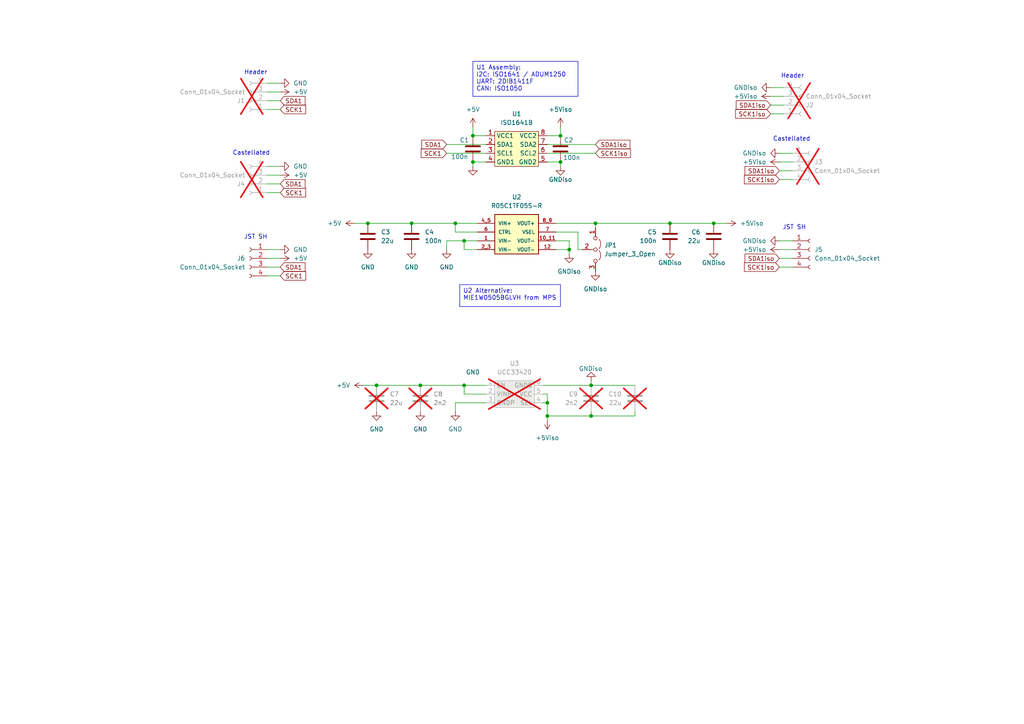
<source format=kicad_sch>
(kicad_sch
	(version 20231120)
	(generator "eeschema")
	(generator_version "8.0")
	(uuid "0d5ff901-ed26-4b39-b808-6cbe7c6b565c")
	(paper "A4")
	(lib_symbols
		(symbol "Connector:Conn_01x04_Socket"
			(pin_names
				(offset 1.016) hide)
			(exclude_from_sim no)
			(in_bom yes)
			(on_board yes)
			(property "Reference" "J"
				(at 0 5.08 0)
				(effects
					(font
						(size 1.27 1.27)
					)
				)
			)
			(property "Value" "Conn_01x04_Socket"
				(at 0 -7.62 0)
				(effects
					(font
						(size 1.27 1.27)
					)
				)
			)
			(property "Footprint" ""
				(at 0 0 0)
				(effects
					(font
						(size 1.27 1.27)
					)
					(hide yes)
				)
			)
			(property "Datasheet" "~"
				(at 0 0 0)
				(effects
					(font
						(size 1.27 1.27)
					)
					(hide yes)
				)
			)
			(property "Description" "Generic connector, single row, 01x04, script generated"
				(at 0 0 0)
				(effects
					(font
						(size 1.27 1.27)
					)
					(hide yes)
				)
			)
			(property "ki_locked" ""
				(at 0 0 0)
				(effects
					(font
						(size 1.27 1.27)
					)
				)
			)
			(property "ki_keywords" "connector"
				(at 0 0 0)
				(effects
					(font
						(size 1.27 1.27)
					)
					(hide yes)
				)
			)
			(property "ki_fp_filters" "Connector*:*_1x??_*"
				(at 0 0 0)
				(effects
					(font
						(size 1.27 1.27)
					)
					(hide yes)
				)
			)
			(symbol "Conn_01x04_Socket_1_1"
				(arc
					(start 0 -4.572)
					(mid -0.5058 -5.08)
					(end 0 -5.588)
					(stroke
						(width 0.1524)
						(type default)
					)
					(fill
						(type none)
					)
				)
				(arc
					(start 0 -2.032)
					(mid -0.5058 -2.54)
					(end 0 -3.048)
					(stroke
						(width 0.1524)
						(type default)
					)
					(fill
						(type none)
					)
				)
				(polyline
					(pts
						(xy -1.27 -5.08) (xy -0.508 -5.08)
					)
					(stroke
						(width 0.1524)
						(type default)
					)
					(fill
						(type none)
					)
				)
				(polyline
					(pts
						(xy -1.27 -2.54) (xy -0.508 -2.54)
					)
					(stroke
						(width 0.1524)
						(type default)
					)
					(fill
						(type none)
					)
				)
				(polyline
					(pts
						(xy -1.27 0) (xy -0.508 0)
					)
					(stroke
						(width 0.1524)
						(type default)
					)
					(fill
						(type none)
					)
				)
				(polyline
					(pts
						(xy -1.27 2.54) (xy -0.508 2.54)
					)
					(stroke
						(width 0.1524)
						(type default)
					)
					(fill
						(type none)
					)
				)
				(arc
					(start 0 0.508)
					(mid -0.5058 0)
					(end 0 -0.508)
					(stroke
						(width 0.1524)
						(type default)
					)
					(fill
						(type none)
					)
				)
				(arc
					(start 0 3.048)
					(mid -0.5058 2.54)
					(end 0 2.032)
					(stroke
						(width 0.1524)
						(type default)
					)
					(fill
						(type none)
					)
				)
				(pin passive line
					(at -5.08 2.54 0)
					(length 3.81)
					(name "Pin_1"
						(effects
							(font
								(size 1.27 1.27)
							)
						)
					)
					(number "1"
						(effects
							(font
								(size 1.27 1.27)
							)
						)
					)
				)
				(pin passive line
					(at -5.08 0 0)
					(length 3.81)
					(name "Pin_2"
						(effects
							(font
								(size 1.27 1.27)
							)
						)
					)
					(number "2"
						(effects
							(font
								(size 1.27 1.27)
							)
						)
					)
				)
				(pin passive line
					(at -5.08 -2.54 0)
					(length 3.81)
					(name "Pin_3"
						(effects
							(font
								(size 1.27 1.27)
							)
						)
					)
					(number "3"
						(effects
							(font
								(size 1.27 1.27)
							)
						)
					)
				)
				(pin passive line
					(at -5.08 -5.08 0)
					(length 3.81)
					(name "Pin_4"
						(effects
							(font
								(size 1.27 1.27)
							)
						)
					)
					(number "4"
						(effects
							(font
								(size 1.27 1.27)
							)
						)
					)
				)
			)
		)
		(symbol "Device:C"
			(pin_numbers hide)
			(pin_names
				(offset 0.254)
			)
			(exclude_from_sim no)
			(in_bom yes)
			(on_board yes)
			(property "Reference" "C"
				(at 0.635 2.54 0)
				(effects
					(font
						(size 1.27 1.27)
					)
					(justify left)
				)
			)
			(property "Value" "C"
				(at 0.635 -2.54 0)
				(effects
					(font
						(size 1.27 1.27)
					)
					(justify left)
				)
			)
			(property "Footprint" ""
				(at 0.9652 -3.81 0)
				(effects
					(font
						(size 1.27 1.27)
					)
					(hide yes)
				)
			)
			(property "Datasheet" "~"
				(at 0 0 0)
				(effects
					(font
						(size 1.27 1.27)
					)
					(hide yes)
				)
			)
			(property "Description" "Unpolarized capacitor"
				(at 0 0 0)
				(effects
					(font
						(size 1.27 1.27)
					)
					(hide yes)
				)
			)
			(property "ki_keywords" "cap capacitor"
				(at 0 0 0)
				(effects
					(font
						(size 1.27 1.27)
					)
					(hide yes)
				)
			)
			(property "ki_fp_filters" "C_*"
				(at 0 0 0)
				(effects
					(font
						(size 1.27 1.27)
					)
					(hide yes)
				)
			)
			(symbol "C_0_1"
				(polyline
					(pts
						(xy -2.032 -0.762) (xy 2.032 -0.762)
					)
					(stroke
						(width 0.508)
						(type default)
					)
					(fill
						(type none)
					)
				)
				(polyline
					(pts
						(xy -2.032 0.762) (xy 2.032 0.762)
					)
					(stroke
						(width 0.508)
						(type default)
					)
					(fill
						(type none)
					)
				)
			)
			(symbol "C_1_1"
				(pin passive line
					(at 0 3.81 270)
					(length 2.794)
					(name "~"
						(effects
							(font
								(size 1.27 1.27)
							)
						)
					)
					(number "1"
						(effects
							(font
								(size 1.27 1.27)
							)
						)
					)
				)
				(pin passive line
					(at 0 -3.81 90)
					(length 2.794)
					(name "~"
						(effects
							(font
								(size 1.27 1.27)
							)
						)
					)
					(number "2"
						(effects
							(font
								(size 1.27 1.27)
							)
						)
					)
				)
			)
		)
		(symbol "Jumper:Jumper_3_Open"
			(pin_names
				(offset 0) hide)
			(exclude_from_sim yes)
			(in_bom no)
			(on_board yes)
			(property "Reference" "JP"
				(at -2.54 -2.54 0)
				(effects
					(font
						(size 1.27 1.27)
					)
				)
			)
			(property "Value" "Jumper_3_Open"
				(at 0 2.794 0)
				(effects
					(font
						(size 1.27 1.27)
					)
				)
			)
			(property "Footprint" ""
				(at 0 0 0)
				(effects
					(font
						(size 1.27 1.27)
					)
					(hide yes)
				)
			)
			(property "Datasheet" "~"
				(at 0 0 0)
				(effects
					(font
						(size 1.27 1.27)
					)
					(hide yes)
				)
			)
			(property "Description" "Jumper, 3-pole, both open"
				(at 0 0 0)
				(effects
					(font
						(size 1.27 1.27)
					)
					(hide yes)
				)
			)
			(property "ki_keywords" "Jumper SPDT"
				(at 0 0 0)
				(effects
					(font
						(size 1.27 1.27)
					)
					(hide yes)
				)
			)
			(property "ki_fp_filters" "Jumper* TestPoint*3Pads* TestPoint*Bridge*"
				(at 0 0 0)
				(effects
					(font
						(size 1.27 1.27)
					)
					(hide yes)
				)
			)
			(symbol "Jumper_3_Open_0_0"
				(circle
					(center -3.302 0)
					(radius 0.508)
					(stroke
						(width 0)
						(type default)
					)
					(fill
						(type none)
					)
				)
				(circle
					(center 0 0)
					(radius 0.508)
					(stroke
						(width 0)
						(type default)
					)
					(fill
						(type none)
					)
				)
				(circle
					(center 3.302 0)
					(radius 0.508)
					(stroke
						(width 0)
						(type default)
					)
					(fill
						(type none)
					)
				)
			)
			(symbol "Jumper_3_Open_0_1"
				(arc
					(start -0.254 1.016)
					(mid -1.651 1.4992)
					(end -3.048 1.016)
					(stroke
						(width 0)
						(type default)
					)
					(fill
						(type none)
					)
				)
				(polyline
					(pts
						(xy 0 -0.508) (xy 0 -1.27)
					)
					(stroke
						(width 0)
						(type default)
					)
					(fill
						(type none)
					)
				)
				(arc
					(start 3.048 1.016)
					(mid 1.651 1.4992)
					(end 0.254 1.016)
					(stroke
						(width 0)
						(type default)
					)
					(fill
						(type none)
					)
				)
			)
			(symbol "Jumper_3_Open_1_1"
				(pin passive line
					(at -6.35 0 0)
					(length 2.54)
					(name "A"
						(effects
							(font
								(size 1.27 1.27)
							)
						)
					)
					(number "1"
						(effects
							(font
								(size 1.27 1.27)
							)
						)
					)
				)
				(pin passive line
					(at 0 -3.81 90)
					(length 2.54)
					(name "C"
						(effects
							(font
								(size 1.27 1.27)
							)
						)
					)
					(number "2"
						(effects
							(font
								(size 1.27 1.27)
							)
						)
					)
				)
				(pin passive line
					(at 6.35 0 180)
					(length 2.54)
					(name "B"
						(effects
							(font
								(size 1.27 1.27)
							)
						)
					)
					(number "3"
						(effects
							(font
								(size 1.27 1.27)
							)
						)
					)
				)
			)
		)
		(symbol "_PS_LIB:ISO1641B"
			(exclude_from_sim no)
			(in_bom yes)
			(on_board yes)
			(property "Reference" "U"
				(at -5.334 6.096 0)
				(effects
					(font
						(size 1.27 1.27)
					)
				)
			)
			(property "Value" "ISO1641B"
				(at -2.54 0 0)
				(effects
					(font
						(size 1.27 1.27)
					)
				)
			)
			(property "Footprint" "Package_SO:SOIC-8_3.9x4.9mm_P1.27mm"
				(at -2.54 0 0)
				(effects
					(font
						(size 1.27 1.27)
					)
					(hide yes)
				)
			)
			(property "Datasheet" "https://www.ti.com/lit/ds/symlink/iso1640.pdf?ts=1709120514142&ref_url=https%253A%252F%252Fwww.ti.com%252Fproduct%252FISO1640"
				(at -2.54 0 0)
				(effects
					(font
						(size 1.27 1.27)
					)
					(hide yes)
				)
			)
			(property "Description" "Bidirectional I2C Isolator"
				(at -2.54 0 0)
				(effects
					(font
						(size 1.27 1.27)
					)
					(hide yes)
				)
			)
			(symbol "ISO1641B_1_1"
				(rectangle
					(start -6.35 5.08)
					(end 6.35 -5.08)
					(stroke
						(width 0)
						(type default)
					)
					(fill
						(type background)
					)
				)
				(pin input line
					(at -8.89 3.81 0)
					(length 2.54)
					(name "VCC1"
						(effects
							(font
								(size 1.27 1.27)
							)
						)
					)
					(number "1"
						(effects
							(font
								(size 1.27 1.27)
							)
						)
					)
				)
				(pin input line
					(at -8.89 1.27 0)
					(length 2.54)
					(name "SDA1"
						(effects
							(font
								(size 1.27 1.27)
							)
						)
					)
					(number "2"
						(effects
							(font
								(size 1.27 1.27)
							)
						)
					)
				)
				(pin input line
					(at -8.89 -1.27 0)
					(length 2.54)
					(name "SCL1"
						(effects
							(font
								(size 1.27 1.27)
							)
						)
					)
					(number "3"
						(effects
							(font
								(size 1.27 1.27)
							)
						)
					)
				)
				(pin input line
					(at -8.89 -3.81 0)
					(length 2.54)
					(name "GND1"
						(effects
							(font
								(size 1.27 1.27)
							)
						)
					)
					(number "4"
						(effects
							(font
								(size 1.27 1.27)
							)
						)
					)
				)
				(pin input line
					(at 8.89 -3.81 180)
					(length 2.54)
					(name "GND2"
						(effects
							(font
								(size 1.27 1.27)
							)
						)
					)
					(number "5"
						(effects
							(font
								(size 1.27 1.27)
							)
						)
					)
				)
				(pin input line
					(at 8.89 -1.27 180)
					(length 2.54)
					(name "SCL2"
						(effects
							(font
								(size 1.27 1.27)
							)
						)
					)
					(number "6"
						(effects
							(font
								(size 1.27 1.27)
							)
						)
					)
				)
				(pin input line
					(at 8.89 1.27 180)
					(length 2.54)
					(name "SDA2"
						(effects
							(font
								(size 1.27 1.27)
							)
						)
					)
					(number "7"
						(effects
							(font
								(size 1.27 1.27)
							)
						)
					)
				)
				(pin input line
					(at 8.89 3.81 180)
					(length 2.54)
					(name "VCC2"
						(effects
							(font
								(size 1.27 1.27)
							)
						)
					)
					(number "8"
						(effects
							(font
								(size 1.27 1.27)
							)
						)
					)
				)
			)
		)
		(symbol "_PS_LIB:R05C1TF05S-R"
			(pin_names
				(offset 1.016)
			)
			(exclude_from_sim no)
			(in_bom yes)
			(on_board yes)
			(property "Reference" "U"
				(at -6.35 8.382 0)
				(effects
					(font
						(size 1.27 1.27)
					)
					(justify left bottom)
				)
			)
			(property "Value" "R05C1TF05S-R"
				(at -8.128 -5.842 0)
				(effects
					(font
						(size 1.27 1.27)
					)
					(justify left bottom)
				)
			)
			(property "Footprint" "_PS_LIB_PCB:CONV_R05C1TF05S-R"
				(at 0 0 0)
				(effects
					(font
						(size 1.27 1.27)
					)
					(justify bottom)
					(hide yes)
				)
			)
			(property "Datasheet" "https://g.recomcdn.com/media/Datasheet/pdf/.f8jkwF-Y/.te3da78b7417b5cf52fd1/Datasheet-708/RxxC1TFxxS.pdf"
				(at 0 0 0)
				(effects
					(font
						(size 1.27 1.27)
					)
					(hide yes)
				)
			)
			(property "Description" ""
				(at 0 0 0)
				(effects
					(font
						(size 1.27 1.27)
					)
					(hide yes)
				)
			)
			(property "PARTREV" "PRELIMINARY"
				(at 0 0 0)
				(effects
					(font
						(size 1.27 1.27)
					)
					(justify bottom)
					(hide yes)
				)
			)
			(property "STANDARD" "Manufacturer Recommendations"
				(at 0 0 0)
				(effects
					(font
						(size 1.27 1.27)
					)
					(justify bottom)
					(hide yes)
				)
			)
			(property "MAXIMUM_PACKAGE_HEIGHT" "1.28mm"
				(at 0 0 0)
				(effects
					(font
						(size 1.27 1.27)
					)
					(justify bottom)
					(hide yes)
				)
			)
			(property "MANUFACTURER" "Recom Power"
				(at 0 0 0)
				(effects
					(font
						(size 1.27 1.27)
					)
					(justify bottom)
					(hide yes)
				)
			)
			(symbol "R05C1TF05S-R_0_0"
				(rectangle
					(start -6.35 7.62)
					(end 6.35 -3.81)
					(stroke
						(width 0.254)
						(type default)
					)
					(fill
						(type background)
					)
				)
				(pin input line
					(at -11.43 0 0)
					(length 5.08)
					(name "VIN-"
						(effects
							(font
								(size 1.016 1.016)
							)
						)
					)
					(number "1"
						(effects
							(font
								(size 1.016 1.016)
							)
						)
					)
				)
				(pin output line
					(at 11.43 0 180)
					(length 5.08)
					(name "VOUT-"
						(effects
							(font
								(size 1.016 1.016)
							)
						)
					)
					(number "10_11"
						(effects
							(font
								(size 1.016 1.016)
							)
						)
					)
				)
				(pin input line
					(at -11.43 5.08 0)
					(length 5.08)
					(name "VIN+"
						(effects
							(font
								(size 1.016 1.016)
							)
						)
					)
					(number "4_5"
						(effects
							(font
								(size 1.016 1.016)
							)
						)
					)
				)
				(pin input line
					(at -11.43 2.54 0)
					(length 5.08)
					(name "CTRL"
						(effects
							(font
								(size 1.016 1.016)
							)
						)
					)
					(number "6"
						(effects
							(font
								(size 1.016 1.016)
							)
						)
					)
				)
				(pin passive line
					(at 11.43 2.54 180)
					(length 5.08)
					(name "VSEL"
						(effects
							(font
								(size 1.016 1.016)
							)
						)
					)
					(number "7"
						(effects
							(font
								(size 1.016 1.016)
							)
						)
					)
				)
				(pin output line
					(at 11.43 5.08 180)
					(length 5.08)
					(name "VOUT+"
						(effects
							(font
								(size 1.016 1.016)
							)
						)
					)
					(number "8_9"
						(effects
							(font
								(size 1.016 1.016)
							)
						)
					)
				)
			)
			(symbol "R05C1TF05S-R_1_0"
				(pin output line
					(at 11.43 -2.54 180)
					(length 5.08)
					(name "VOUT-"
						(effects
							(font
								(size 1.016 1.016)
							)
						)
					)
					(number "12"
						(effects
							(font
								(size 1.016 1.016)
							)
						)
					)
				)
				(pin input line
					(at -11.43 -2.54 0)
					(length 5.08)
					(name "VIN-"
						(effects
							(font
								(size 1.016 1.016)
							)
						)
					)
					(number "2_3"
						(effects
							(font
								(size 1.016 1.016)
							)
						)
					)
				)
			)
		)
		(symbol "_PS_LIB:UCC33420"
			(exclude_from_sim no)
			(in_bom yes)
			(on_board yes)
			(property "Reference" "U"
				(at -3.81 4.826 0)
				(effects
					(font
						(size 1.27 1.27)
					)
				)
			)
			(property "Value" "UCC33420"
				(at 1.016 -8.382 0)
				(effects
					(font
						(size 1.27 1.27)
					)
				)
			)
			(property "Footprint" "_PS_LIB_PCB:VSON-FCRLF"
				(at -0.254 6.604 0)
				(effects
					(font
						(size 1.27 1.27)
					)
					(hide yes)
				)
			)
			(property "Datasheet" "https://www.ti.com/lit/ds/symlink/ucc33420.pdf?ts=1709139220343&ref_url=https%253A%252F%252Fwww.ti.com%252Fproduct%252FUCC33420"
				(at -0.508 7.112 0)
				(effects
					(font
						(size 1.27 1.27)
					)
					(hide yes)
				)
			)
			(property "Description" "Ultra-Small 1.5W DCDC Module"
				(at -0.254 7.366 0)
				(effects
					(font
						(size 1.27 1.27)
					)
					(hide yes)
				)
			)
			(symbol "UCC33420_1_1"
				(rectangle
					(start -5.08 3.81)
					(end 6.35 -3.81)
					(stroke
						(width 0)
						(type default)
					)
					(fill
						(type background)
					)
				)
				(pin input line
					(at -7.62 2.54 0)
					(length 2.54)
					(name "EN"
						(effects
							(font
								(size 1.27 1.27)
							)
						)
					)
					(number "1"
						(effects
							(font
								(size 1.27 1.27)
							)
						)
					)
				)
				(pin input line
					(at -7.62 0 0)
					(length 2.54)
					(name "VINP"
						(effects
							(font
								(size 1.27 1.27)
							)
						)
					)
					(number "2"
						(effects
							(font
								(size 1.27 1.27)
							)
						)
					)
				)
				(pin input line
					(at -7.62 -2.54 0)
					(length 2.54)
					(name "GNDP"
						(effects
							(font
								(size 1.27 1.27)
							)
						)
					)
					(number "3"
						(effects
							(font
								(size 1.27 1.27)
							)
						)
					)
				)
				(pin input line
					(at 8.89 -2.54 180)
					(length 2.54)
					(name "SEL"
						(effects
							(font
								(size 1.27 1.27)
							)
						)
					)
					(number "4"
						(effects
							(font
								(size 1.27 1.27)
							)
						)
					)
				)
				(pin input line
					(at 8.89 0 180)
					(length 2.54)
					(name "VCC"
						(effects
							(font
								(size 1.27 1.27)
							)
						)
					)
					(number "5"
						(effects
							(font
								(size 1.27 1.27)
							)
						)
					)
				)
				(pin input line
					(at 8.89 2.54 180)
					(length 2.54)
					(name "GNDS"
						(effects
							(font
								(size 1.27 1.27)
							)
						)
					)
					(number "6"
						(effects
							(font
								(size 1.27 1.27)
							)
						)
					)
				)
			)
		)
		(symbol "power:+5V"
			(power)
			(pin_names
				(offset 0)
			)
			(exclude_from_sim no)
			(in_bom yes)
			(on_board yes)
			(property "Reference" "#PWR"
				(at 0 -3.81 0)
				(effects
					(font
						(size 1.27 1.27)
					)
					(hide yes)
				)
			)
			(property "Value" "+5V"
				(at 0 3.556 0)
				(effects
					(font
						(size 1.27 1.27)
					)
				)
			)
			(property "Footprint" ""
				(at 0 0 0)
				(effects
					(font
						(size 1.27 1.27)
					)
					(hide yes)
				)
			)
			(property "Datasheet" ""
				(at 0 0 0)
				(effects
					(font
						(size 1.27 1.27)
					)
					(hide yes)
				)
			)
			(property "Description" "Power symbol creates a global label with name \"+5V\""
				(at 0 0 0)
				(effects
					(font
						(size 1.27 1.27)
					)
					(hide yes)
				)
			)
			(property "ki_keywords" "power-flag"
				(at 0 0 0)
				(effects
					(font
						(size 1.27 1.27)
					)
					(hide yes)
				)
			)
			(symbol "+5V_0_1"
				(polyline
					(pts
						(xy -0.762 1.27) (xy 0 2.54)
					)
					(stroke
						(width 0)
						(type default)
					)
					(fill
						(type none)
					)
				)
				(polyline
					(pts
						(xy 0 0) (xy 0 2.54)
					)
					(stroke
						(width 0)
						(type default)
					)
					(fill
						(type none)
					)
				)
				(polyline
					(pts
						(xy 0 2.54) (xy 0.762 1.27)
					)
					(stroke
						(width 0)
						(type default)
					)
					(fill
						(type none)
					)
				)
			)
			(symbol "+5V_1_1"
				(pin power_in line
					(at 0 0 90)
					(length 0) hide
					(name "+5V"
						(effects
							(font
								(size 1.27 1.27)
							)
						)
					)
					(number "1"
						(effects
							(font
								(size 1.27 1.27)
							)
						)
					)
				)
			)
		)
		(symbol "power:GND"
			(power)
			(pin_names
				(offset 0)
			)
			(exclude_from_sim no)
			(in_bom yes)
			(on_board yes)
			(property "Reference" "#PWR"
				(at 0 -6.35 0)
				(effects
					(font
						(size 1.27 1.27)
					)
					(hide yes)
				)
			)
			(property "Value" "GND"
				(at 0 -3.81 0)
				(effects
					(font
						(size 1.27 1.27)
					)
				)
			)
			(property "Footprint" ""
				(at 0 0 0)
				(effects
					(font
						(size 1.27 1.27)
					)
					(hide yes)
				)
			)
			(property "Datasheet" ""
				(at 0 0 0)
				(effects
					(font
						(size 1.27 1.27)
					)
					(hide yes)
				)
			)
			(property "Description" "Power symbol creates a global label with name \"GND\" , ground"
				(at 0 0 0)
				(effects
					(font
						(size 1.27 1.27)
					)
					(hide yes)
				)
			)
			(property "ki_keywords" "power-flag"
				(at 0 0 0)
				(effects
					(font
						(size 1.27 1.27)
					)
					(hide yes)
				)
			)
			(symbol "GND_0_1"
				(polyline
					(pts
						(xy 0 0) (xy 0 -1.27) (xy 1.27 -1.27) (xy 0 -2.54) (xy -1.27 -1.27) (xy 0 -1.27)
					)
					(stroke
						(width 0)
						(type default)
					)
					(fill
						(type none)
					)
				)
			)
			(symbol "GND_1_1"
				(pin power_in line
					(at 0 0 270)
					(length 0) hide
					(name "GND"
						(effects
							(font
								(size 1.27 1.27)
							)
						)
					)
					(number "1"
						(effects
							(font
								(size 1.27 1.27)
							)
						)
					)
				)
			)
		)
	)
	(junction
		(at 134.62 111.76)
		(diameter 0)
		(color 0 0 0 0)
		(uuid "00a1cff6-b2d5-4396-a168-0319ecd6c041")
	)
	(junction
		(at 121.92 111.76)
		(diameter 0)
		(color 0 0 0 0)
		(uuid "269c5fec-3d87-4e7c-8fe6-a059b377fc1e")
	)
	(junction
		(at 158.75 116.84)
		(diameter 0)
		(color 0 0 0 0)
		(uuid "2ed55f55-0f78-421f-a098-b6781e545873")
	)
	(junction
		(at 158.75 120.65)
		(diameter 0)
		(color 0 0 0 0)
		(uuid "3ae67700-aa3c-43b6-bef1-7e057b22bba0")
	)
	(junction
		(at 172.72 64.77)
		(diameter 0)
		(color 0 0 0 0)
		(uuid "3ed28a19-e66b-4f47-94ef-b64abdcb7e83")
	)
	(junction
		(at 109.22 111.76)
		(diameter 0)
		(color 0 0 0 0)
		(uuid "41f90836-531d-4393-bac5-a2597b4d40ec")
	)
	(junction
		(at 106.68 64.77)
		(diameter 0)
		(color 0 0 0 0)
		(uuid "4a3eb54b-d569-4b94-a9ec-25e3310b2e6a")
	)
	(junction
		(at 162.56 46.99)
		(diameter 0)
		(color 0 0 0 0)
		(uuid "6506b0f1-fcdd-4c11-ba59-6997a9289324")
	)
	(junction
		(at 162.56 39.37)
		(diameter 0)
		(color 0 0 0 0)
		(uuid "75d6f3d5-2192-4dbd-b65b-91d431bd124f")
	)
	(junction
		(at 132.08 64.77)
		(diameter 0)
		(color 0 0 0 0)
		(uuid "7d33f2d4-8f96-43e0-83b3-e7f6ebede242")
	)
	(junction
		(at 165.1 72.39)
		(diameter 0)
		(color 0 0 0 0)
		(uuid "878886bc-296b-4b3c-9be2-98e6f2c4f99a")
	)
	(junction
		(at 134.62 69.85)
		(diameter 0)
		(color 0 0 0 0)
		(uuid "87ce9d8f-9fd9-4b7f-929f-64611f58dc21")
	)
	(junction
		(at 207.01 64.77)
		(diameter 0)
		(color 0 0 0 0)
		(uuid "961c106b-ff3c-4313-8e82-57383077841b")
	)
	(junction
		(at 137.16 39.37)
		(diameter 0)
		(color 0 0 0 0)
		(uuid "98bee35b-9d76-4329-b1ac-ac2a76f2fc15")
	)
	(junction
		(at 119.38 64.77)
		(diameter 0)
		(color 0 0 0 0)
		(uuid "ac61d21d-555e-4d07-a633-bcabd8c4d713")
	)
	(junction
		(at 171.45 111.76)
		(diameter 0)
		(color 0 0 0 0)
		(uuid "d1c70c70-6709-44e0-a961-2db9fe375f17")
	)
	(junction
		(at 171.45 120.65)
		(diameter 0)
		(color 0 0 0 0)
		(uuid "e73bcded-2f90-4a91-87af-f1a0590a8794")
	)
	(junction
		(at 194.31 64.77)
		(diameter 0)
		(color 0 0 0 0)
		(uuid "eaf7cb6f-9c7f-4536-bbd7-e2ac3822d450")
	)
	(junction
		(at 137.16 46.99)
		(diameter 0)
		(color 0 0 0 0)
		(uuid "f8feac37-d6d8-40c2-b5b5-a8004195306f")
	)
	(wire
		(pts
			(xy 137.16 39.37) (xy 140.97 39.37)
		)
		(stroke
			(width 0)
			(type default)
		)
		(uuid "024718b9-7bcb-4fd3-a25b-8915489c6151")
	)
	(wire
		(pts
			(xy 137.16 48.26) (xy 137.16 46.99)
		)
		(stroke
			(width 0)
			(type default)
		)
		(uuid "03058a88-559b-41ee-9c1b-74dccb29d81f")
	)
	(wire
		(pts
			(xy 184.15 120.65) (xy 184.15 119.38)
		)
		(stroke
			(width 0)
			(type default)
		)
		(uuid "0318d1b4-0258-45b3-a8ec-34252013f026")
	)
	(wire
		(pts
			(xy 229.87 77.47) (xy 226.06 77.47)
		)
		(stroke
			(width 0)
			(type default)
		)
		(uuid "0b3cac4b-498a-4149-9826-2d48584e3e4e")
	)
	(wire
		(pts
			(xy 161.29 67.31) (xy 167.64 67.31)
		)
		(stroke
			(width 0)
			(type default)
		)
		(uuid "10050602-952d-4d6b-ae8a-9cb4bf2c42ff")
	)
	(wire
		(pts
			(xy 109.22 111.76) (xy 121.92 111.76)
		)
		(stroke
			(width 0)
			(type default)
		)
		(uuid "13bae7cc-9aea-4266-bcf8-c322e8f7df95")
	)
	(wire
		(pts
			(xy 158.75 116.84) (xy 158.75 114.3)
		)
		(stroke
			(width 0)
			(type default)
		)
		(uuid "1ad3b44e-16f6-4af4-ba60-243061ae6eec")
	)
	(wire
		(pts
			(xy 77.47 24.13) (xy 81.28 24.13)
		)
		(stroke
			(width 0)
			(type default)
		)
		(uuid "1b58b122-1d3e-448d-85a3-e2411ea472b6")
	)
	(wire
		(pts
			(xy 134.62 114.3) (xy 134.62 111.76)
		)
		(stroke
			(width 0)
			(type default)
		)
		(uuid "1e8804b3-29b0-4737-ad7c-ebf3c0a0a763")
	)
	(wire
		(pts
			(xy 171.45 120.65) (xy 184.15 120.65)
		)
		(stroke
			(width 0)
			(type default)
		)
		(uuid "1f4264f5-44f2-4942-ab6e-6e4b6a616df5")
	)
	(wire
		(pts
			(xy 227.33 25.4) (xy 223.52 25.4)
		)
		(stroke
			(width 0)
			(type default)
		)
		(uuid "24599ad0-9e46-4765-9f2e-dd013465ce8a")
	)
	(wire
		(pts
			(xy 158.75 116.84) (xy 158.75 120.65)
		)
		(stroke
			(width 0)
			(type default)
		)
		(uuid "29012c95-2e98-489b-9f1c-69ab36e4a5f2")
	)
	(wire
		(pts
			(xy 229.87 72.39) (xy 226.06 72.39)
		)
		(stroke
			(width 0)
			(type default)
		)
		(uuid "29869498-cbc1-4b5e-a884-c571ad78a011")
	)
	(wire
		(pts
			(xy 168.91 72.39) (xy 167.64 72.39)
		)
		(stroke
			(width 0)
			(type default)
		)
		(uuid "29c83f31-db5b-43b6-acf0-a4f6043fb5c4")
	)
	(wire
		(pts
			(xy 229.87 74.93) (xy 226.06 74.93)
		)
		(stroke
			(width 0)
			(type default)
		)
		(uuid "2c5206e7-74b3-45e8-a4d1-d46b782a550a")
	)
	(wire
		(pts
			(xy 138.43 69.85) (xy 134.62 69.85)
		)
		(stroke
			(width 0)
			(type default)
		)
		(uuid "31ff7a3d-8f71-4a9c-a112-b2530e667ada")
	)
	(wire
		(pts
			(xy 184.15 111.76) (xy 171.45 111.76)
		)
		(stroke
			(width 0)
			(type default)
		)
		(uuid "3cbc42ae-5ed1-4191-a666-dd9b5192ae21")
	)
	(wire
		(pts
			(xy 229.87 69.85) (xy 226.06 69.85)
		)
		(stroke
			(width 0)
			(type default)
		)
		(uuid "3dff0441-bb37-4019-8f2c-470a59860e70")
	)
	(wire
		(pts
			(xy 172.72 64.77) (xy 172.72 66.04)
		)
		(stroke
			(width 0)
			(type default)
		)
		(uuid "3e43e0f4-7482-4b4a-9388-ccfdb2528338")
	)
	(wire
		(pts
			(xy 77.47 31.75) (xy 81.28 31.75)
		)
		(stroke
			(width 0)
			(type default)
		)
		(uuid "415860b3-d849-4cae-986b-2652eac267a6")
	)
	(wire
		(pts
			(xy 77.47 50.8) (xy 81.28 50.8)
		)
		(stroke
			(width 0)
			(type default)
		)
		(uuid "45aed74a-20c0-4b55-9659-62c44f07cdd6")
	)
	(wire
		(pts
			(xy 134.62 72.39) (xy 134.62 69.85)
		)
		(stroke
			(width 0)
			(type default)
		)
		(uuid "46e5d370-19ec-42f4-9c17-bc18cdac0d05")
	)
	(wire
		(pts
			(xy 137.16 36.83) (xy 137.16 39.37)
		)
		(stroke
			(width 0)
			(type default)
		)
		(uuid "4b8d5c8a-fb46-4f25-b167-af44a64f49a1")
	)
	(wire
		(pts
			(xy 161.29 69.85) (xy 165.1 69.85)
		)
		(stroke
			(width 0)
			(type default)
		)
		(uuid "4f5e6145-1ced-41a3-a5f3-52a3d469b846")
	)
	(wire
		(pts
			(xy 161.29 72.39) (xy 165.1 72.39)
		)
		(stroke
			(width 0)
			(type default)
		)
		(uuid "54166ce4-d14e-4c84-90b2-8fb8d7496b2d")
	)
	(wire
		(pts
			(xy 77.47 48.26) (xy 81.28 48.26)
		)
		(stroke
			(width 0)
			(type default)
		)
		(uuid "5644b93d-f7c1-4f65-b1c6-8ee9514ce2c2")
	)
	(wire
		(pts
			(xy 121.92 111.76) (xy 134.62 111.76)
		)
		(stroke
			(width 0)
			(type default)
		)
		(uuid "568f7683-6864-46d4-bb28-a28768dc4e02")
	)
	(wire
		(pts
			(xy 129.54 41.91) (xy 140.97 41.91)
		)
		(stroke
			(width 0)
			(type default)
		)
		(uuid "5800a635-86a8-4b15-a8dc-751c6a4f4662")
	)
	(wire
		(pts
			(xy 106.68 64.77) (xy 119.38 64.77)
		)
		(stroke
			(width 0)
			(type default)
		)
		(uuid "5b6c40b7-d29d-4bfd-be0c-5c5257917430")
	)
	(wire
		(pts
			(xy 162.56 48.26) (xy 162.56 46.99)
		)
		(stroke
			(width 0)
			(type default)
		)
		(uuid "5be8129b-e6a8-4e3c-8dbb-8eaa37d8da4a")
	)
	(wire
		(pts
			(xy 161.29 64.77) (xy 172.72 64.77)
		)
		(stroke
			(width 0)
			(type default)
		)
		(uuid "6c2b7cae-4030-4189-9bb8-ca699d157deb")
	)
	(wire
		(pts
			(xy 229.87 49.53) (xy 226.06 49.53)
		)
		(stroke
			(width 0)
			(type default)
		)
		(uuid "7016ead9-ad7d-4ec9-8241-c1d9f078e552")
	)
	(wire
		(pts
			(xy 132.08 67.31) (xy 132.08 64.77)
		)
		(stroke
			(width 0)
			(type default)
		)
		(uuid "709c9d49-5102-455d-9357-479164a29a42")
	)
	(wire
		(pts
			(xy 134.62 69.85) (xy 129.54 69.85)
		)
		(stroke
			(width 0)
			(type default)
		)
		(uuid "76c5a75d-31e5-4965-a23d-73712e2257bc")
	)
	(wire
		(pts
			(xy 102.87 64.77) (xy 106.68 64.77)
		)
		(stroke
			(width 0)
			(type default)
		)
		(uuid "786cb13f-12fa-4cb8-a4c0-3cf6fe0bb2a1")
	)
	(wire
		(pts
			(xy 165.1 72.39) (xy 165.1 69.85)
		)
		(stroke
			(width 0)
			(type default)
		)
		(uuid "78c3e1f8-8050-4f74-86f7-1e40cb4ff9ab")
	)
	(wire
		(pts
			(xy 140.97 114.3) (xy 134.62 114.3)
		)
		(stroke
			(width 0)
			(type default)
		)
		(uuid "8138504f-671e-44a9-b024-295b596b4181")
	)
	(wire
		(pts
			(xy 158.75 114.3) (xy 157.48 114.3)
		)
		(stroke
			(width 0)
			(type default)
		)
		(uuid "8364cdce-8855-4db0-9fb8-92a1ef0a78d8")
	)
	(wire
		(pts
			(xy 137.16 46.99) (xy 140.97 46.99)
		)
		(stroke
			(width 0)
			(type default)
		)
		(uuid "841b4dcb-29ce-414b-ab3a-e3e8d2101f87")
	)
	(wire
		(pts
			(xy 134.62 111.76) (xy 140.97 111.76)
		)
		(stroke
			(width 0)
			(type default)
		)
		(uuid "851952b8-54f1-42ce-bd7d-25b041d0ca08")
	)
	(wire
		(pts
			(xy 140.97 116.84) (xy 132.08 116.84)
		)
		(stroke
			(width 0)
			(type default)
		)
		(uuid "87d87a37-cfad-43cf-9865-a0498e799566")
	)
	(wire
		(pts
			(xy 77.47 55.88) (xy 81.28 55.88)
		)
		(stroke
			(width 0)
			(type default)
		)
		(uuid "8d89d073-6c5a-4a10-aef6-bfcf1eec45b5")
	)
	(wire
		(pts
			(xy 167.64 72.39) (xy 167.64 67.31)
		)
		(stroke
			(width 0)
			(type default)
		)
		(uuid "9a420b6c-c8ae-4501-9c8d-0fd14c68f311")
	)
	(wire
		(pts
			(xy 129.54 44.45) (xy 140.97 44.45)
		)
		(stroke
			(width 0)
			(type default)
		)
		(uuid "9bdb40db-36a9-4dd5-903d-7c1daea55ba0")
	)
	(wire
		(pts
			(xy 165.1 72.39) (xy 165.1 73.66)
		)
		(stroke
			(width 0)
			(type default)
		)
		(uuid "a00a7d29-b1b5-48af-9547-45a9db9e0dca")
	)
	(wire
		(pts
			(xy 162.56 39.37) (xy 158.75 39.37)
		)
		(stroke
			(width 0)
			(type default)
		)
		(uuid "a9fbf9dd-5bfe-4e8d-b790-4f208676b432")
	)
	(wire
		(pts
			(xy 138.43 67.31) (xy 132.08 67.31)
		)
		(stroke
			(width 0)
			(type default)
		)
		(uuid "ad2a5349-55a4-44e3-8625-57e3ccd7f978")
	)
	(wire
		(pts
			(xy 132.08 116.84) (xy 132.08 119.38)
		)
		(stroke
			(width 0)
			(type default)
		)
		(uuid "ae84409b-2ce3-4b2a-b49e-10fc704cf87a")
	)
	(wire
		(pts
			(xy 162.56 46.99) (xy 158.75 46.99)
		)
		(stroke
			(width 0)
			(type default)
		)
		(uuid "af5427f3-aff3-4714-b9b1-2c8d5259e17f")
	)
	(wire
		(pts
			(xy 138.43 72.39) (xy 134.62 72.39)
		)
		(stroke
			(width 0)
			(type default)
		)
		(uuid "b420ce89-a535-4083-8eda-dbfc29ce642b")
	)
	(wire
		(pts
			(xy 77.47 53.34) (xy 81.28 53.34)
		)
		(stroke
			(width 0)
			(type default)
		)
		(uuid "b8f6f443-3db7-4989-8ddc-a6ac239cc6fd")
	)
	(wire
		(pts
			(xy 210.82 64.77) (xy 207.01 64.77)
		)
		(stroke
			(width 0)
			(type default)
		)
		(uuid "bc8cb817-329c-4c75-b7b8-6292480a2a2f")
	)
	(wire
		(pts
			(xy 162.56 36.83) (xy 162.56 39.37)
		)
		(stroke
			(width 0)
			(type default)
		)
		(uuid "beb8289d-77e8-4e3e-8810-badc0d1be93e")
	)
	(wire
		(pts
			(xy 77.47 72.39) (xy 81.28 72.39)
		)
		(stroke
			(width 0)
			(type default)
		)
		(uuid "c2e12e71-43a0-491d-8c86-36deeb255623")
	)
	(wire
		(pts
			(xy 229.87 44.45) (xy 226.06 44.45)
		)
		(stroke
			(width 0)
			(type default)
		)
		(uuid "c2ee362c-0823-4cf0-92d9-16f5c3ee2c5f")
	)
	(wire
		(pts
			(xy 157.48 111.76) (xy 171.45 111.76)
		)
		(stroke
			(width 0)
			(type default)
		)
		(uuid "c9f4c64d-77ef-4216-86cd-1e343c69000c")
	)
	(wire
		(pts
			(xy 77.47 80.01) (xy 81.28 80.01)
		)
		(stroke
			(width 0)
			(type default)
		)
		(uuid "d0a379c4-3af9-48b9-99dc-ae26c0997aab")
	)
	(wire
		(pts
			(xy 129.54 69.85) (xy 129.54 72.39)
		)
		(stroke
			(width 0)
			(type default)
		)
		(uuid "d2dec3bb-7b22-4c01-acaa-0ae4a9ba65bd")
	)
	(wire
		(pts
			(xy 119.38 64.77) (xy 132.08 64.77)
		)
		(stroke
			(width 0)
			(type default)
		)
		(uuid "d549add8-ccc6-4000-ace2-30a64b4df632")
	)
	(wire
		(pts
			(xy 229.87 52.07) (xy 226.06 52.07)
		)
		(stroke
			(width 0)
			(type default)
		)
		(uuid "d818846e-e773-4ab9-a69b-93d3d7b87432")
	)
	(wire
		(pts
			(xy 227.33 27.94) (xy 223.52 27.94)
		)
		(stroke
			(width 0)
			(type default)
		)
		(uuid "d825d71e-0152-4bf4-8de8-3af9cc06f87c")
	)
	(wire
		(pts
			(xy 77.47 77.47) (xy 81.28 77.47)
		)
		(stroke
			(width 0)
			(type default)
		)
		(uuid "db55724e-1e50-40ba-a47c-1ddd96e1ec94")
	)
	(wire
		(pts
			(xy 172.72 44.45) (xy 158.75 44.45)
		)
		(stroke
			(width 0)
			(type default)
		)
		(uuid "ddc46433-eb0d-4ef2-9053-6a717b9ab870")
	)
	(wire
		(pts
			(xy 171.45 120.65) (xy 171.45 119.38)
		)
		(stroke
			(width 0)
			(type default)
		)
		(uuid "e0509a3e-d36c-4890-8b9e-d8430b9b7638")
	)
	(wire
		(pts
			(xy 77.47 29.21) (xy 81.28 29.21)
		)
		(stroke
			(width 0)
			(type default)
		)
		(uuid "e4f7cdf6-54ac-422f-9a44-993c77f2cbc9")
	)
	(wire
		(pts
			(xy 77.47 74.93) (xy 81.28 74.93)
		)
		(stroke
			(width 0)
			(type default)
		)
		(uuid "e54814d8-5bff-4854-bb56-25ac3ea6ef94")
	)
	(wire
		(pts
			(xy 172.72 64.77) (xy 194.31 64.77)
		)
		(stroke
			(width 0)
			(type default)
		)
		(uuid "e58bf70d-dc12-4910-85da-53b812c25a8c")
	)
	(wire
		(pts
			(xy 227.33 33.02) (xy 223.52 33.02)
		)
		(stroke
			(width 0)
			(type default)
		)
		(uuid "e874e332-11a0-462a-be85-c2b717330dc4")
	)
	(wire
		(pts
			(xy 157.48 116.84) (xy 158.75 116.84)
		)
		(stroke
			(width 0)
			(type default)
		)
		(uuid "ee8d98b4-7f22-4eef-b47e-30fc1536a12e")
	)
	(wire
		(pts
			(xy 105.41 111.76) (xy 109.22 111.76)
		)
		(stroke
			(width 0)
			(type default)
		)
		(uuid "ef65b557-9062-42de-b2f4-060e2001f68c")
	)
	(wire
		(pts
			(xy 207.01 64.77) (xy 194.31 64.77)
		)
		(stroke
			(width 0)
			(type default)
		)
		(uuid "f349bc24-3ed8-495d-93d0-af500770b9f3")
	)
	(wire
		(pts
			(xy 229.87 46.99) (xy 226.06 46.99)
		)
		(stroke
			(width 0)
			(type default)
		)
		(uuid "f3e941e4-6cda-4cd3-9aa0-255ea3b2b358")
	)
	(wire
		(pts
			(xy 132.08 64.77) (xy 138.43 64.77)
		)
		(stroke
			(width 0)
			(type default)
		)
		(uuid "f4c3f3e8-99d4-45a2-b112-2e96daebe1cd")
	)
	(wire
		(pts
			(xy 172.72 41.91) (xy 158.75 41.91)
		)
		(stroke
			(width 0)
			(type default)
		)
		(uuid "f4f384f6-3cee-4196-8850-31008000bd77")
	)
	(wire
		(pts
			(xy 158.75 121.92) (xy 158.75 120.65)
		)
		(stroke
			(width 0)
			(type default)
		)
		(uuid "fadc1cde-08f5-4e82-b7f1-7150a75e13d4")
	)
	(wire
		(pts
			(xy 171.45 110.49) (xy 171.45 111.76)
		)
		(stroke
			(width 0)
			(type default)
		)
		(uuid "fb6d11db-6bc2-4163-b845-b3f4b53d0649")
	)
	(wire
		(pts
			(xy 77.47 26.67) (xy 81.28 26.67)
		)
		(stroke
			(width 0)
			(type default)
		)
		(uuid "fcb7e4e9-61e0-49aa-a121-53290e8f2b40")
	)
	(wire
		(pts
			(xy 158.75 120.65) (xy 171.45 120.65)
		)
		(stroke
			(width 0)
			(type default)
		)
		(uuid "fdda5936-516b-42b6-be2a-7c55d29acf84")
	)
	(wire
		(pts
			(xy 227.33 30.48) (xy 223.52 30.48)
		)
		(stroke
			(width 0)
			(type default)
		)
		(uuid "ff3c4339-f973-483c-91a4-fca08cb42824")
	)
	(text_box "U2 Alternative:\nMIE1W0505BGLVH from MPS"
		(exclude_from_sim no)
		(at 133.35 82.55 0)
		(size 29.21 6.35)
		(stroke
			(width 0)
			(type default)
		)
		(fill
			(type none)
		)
		(effects
			(font
				(size 1.27 1.27)
			)
			(justify left top)
		)
		(uuid "5773524a-4ca1-4327-98d5-1d2f7f24078c")
	)
	(text_box "U1 Assembly:\nI2C: ISO1641 / ADUM1250\nUART: 2DIB1411F\nCAN: ISO1050"
		(exclude_from_sim no)
		(at 137.16 17.78 0)
		(size 30.48 10.16)
		(stroke
			(width 0)
			(type default)
		)
		(fill
			(type none)
		)
		(effects
			(font
				(size 1.27 1.27)
			)
			(justify left top)
		)
		(uuid "c5f56c7c-965a-46e1-98c2-8bb3c8088bcb")
	)
	(text "JST SH"
		(exclude_from_sim no)
		(at 230.378 66.04 0)
		(effects
			(font
				(size 1.27 1.27)
			)
		)
		(uuid "07a7f1fb-8633-4f53-8357-93f57bcbe42b")
	)
	(text "Castellated"
		(exclude_from_sim no)
		(at 72.898 44.45 0)
		(effects
			(font
				(size 1.27 1.27)
			)
		)
		(uuid "36310dd7-148c-478f-a231-43e0d2b639cc")
	)
	(text "JST SH"
		(exclude_from_sim no)
		(at 74.168 68.834 0)
		(effects
			(font
				(size 1.27 1.27)
			)
		)
		(uuid "741f9b2e-9dff-4fa7-a92f-7aea6364fd75")
	)
	(text "Castellated"
		(exclude_from_sim no)
		(at 229.616 40.386 0)
		(effects
			(font
				(size 1.27 1.27)
			)
		)
		(uuid "a6e199d2-1d35-4109-86e6-8c8f1e24c991")
	)
	(text "Header"
		(exclude_from_sim no)
		(at 229.87 22.098 0)
		(effects
			(font
				(size 1.27 1.27)
			)
		)
		(uuid "b4a00f62-eef8-45a6-ae1c-278ad9ce45c2")
	)
	(text "Header"
		(exclude_from_sim no)
		(at 74.168 21.082 0)
		(effects
			(font
				(size 1.27 1.27)
			)
		)
		(uuid "f67e641f-3cc4-4017-afde-43dd8fb5d334")
	)
	(global_label "SDA1iso"
		(shape input)
		(at 223.52 30.48 180)
		(fields_autoplaced yes)
		(effects
			(font
				(size 1.27 1.27)
			)
			(justify right)
		)
		(uuid "01c6bd93-ee71-49b6-bb7d-d32e09f361c9")
		(property "Intersheetrefs" "${INTERSHEET_REFS}"
			(at 212.9753 30.48 0)
			(effects
				(font
					(size 1.27 1.27)
				)
				(justify right)
				(hide yes)
			)
		)
	)
	(global_label "SDA1iso"
		(shape input)
		(at 226.06 49.53 180)
		(fields_autoplaced yes)
		(effects
			(font
				(size 1.27 1.27)
			)
			(justify right)
		)
		(uuid "054bfc79-0eb4-4854-a60b-bd56e27758fa")
		(property "Intersheetrefs" "${INTERSHEET_REFS}"
			(at 215.5153 49.53 0)
			(effects
				(font
					(size 1.27 1.27)
				)
				(justify right)
				(hide yes)
			)
		)
	)
	(global_label "SCK1"
		(shape input)
		(at 81.28 55.88 0)
		(fields_autoplaced yes)
		(effects
			(font
				(size 1.27 1.27)
			)
			(justify left)
		)
		(uuid "0b625a77-b571-4704-9810-6e3d8c5e0742")
		(property "Intersheetrefs" "${INTERSHEET_REFS}"
			(at 89.2242 55.88 0)
			(effects
				(font
					(size 1.27 1.27)
				)
				(justify left)
				(hide yes)
			)
		)
	)
	(global_label "SDA1"
		(shape input)
		(at 129.54 41.91 180)
		(fields_autoplaced yes)
		(effects
			(font
				(size 1.27 1.27)
			)
			(justify right)
		)
		(uuid "23d5eac6-b211-4c86-a429-c8c41bd5ff42")
		(property "Intersheetrefs" "${INTERSHEET_REFS}"
			(at 121.7772 41.91 0)
			(effects
				(font
					(size 1.27 1.27)
				)
				(justify right)
				(hide yes)
			)
		)
	)
	(global_label "SDA1iso"
		(shape input)
		(at 226.06 74.93 180)
		(fields_autoplaced yes)
		(effects
			(font
				(size 1.27 1.27)
			)
			(justify right)
		)
		(uuid "65594ed1-af6f-4682-a709-acb8b816ec8e")
		(property "Intersheetrefs" "${INTERSHEET_REFS}"
			(at 215.5153 74.93 0)
			(effects
				(font
					(size 1.27 1.27)
				)
				(justify right)
				(hide yes)
			)
		)
	)
	(global_label "SCK1iso"
		(shape input)
		(at 172.72 44.45 0)
		(fields_autoplaced yes)
		(effects
			(font
				(size 1.27 1.27)
			)
			(justify left)
		)
		(uuid "7ae16a78-7cf0-4b24-83a0-b7830e15315c")
		(property "Intersheetrefs" "${INTERSHEET_REFS}"
			(at 183.4461 44.45 0)
			(effects
				(font
					(size 1.27 1.27)
				)
				(justify left)
				(hide yes)
			)
		)
	)
	(global_label "SDA1"
		(shape input)
		(at 81.28 53.34 0)
		(fields_autoplaced yes)
		(effects
			(font
				(size 1.27 1.27)
			)
			(justify left)
		)
		(uuid "a3464de9-d0a1-44a8-9548-d699835852d9")
		(property "Intersheetrefs" "${INTERSHEET_REFS}"
			(at 89.0428 53.34 0)
			(effects
				(font
					(size 1.27 1.27)
				)
				(justify left)
				(hide yes)
			)
		)
	)
	(global_label "SCK1iso"
		(shape input)
		(at 226.06 52.07 180)
		(fields_autoplaced yes)
		(effects
			(font
				(size 1.27 1.27)
			)
			(justify right)
		)
		(uuid "b009e2f3-e645-41f9-9452-88bc2954a51b")
		(property "Intersheetrefs" "${INTERSHEET_REFS}"
			(at 215.3339 52.07 0)
			(effects
				(font
					(size 1.27 1.27)
				)
				(justify right)
				(hide yes)
			)
		)
	)
	(global_label "SCK1"
		(shape input)
		(at 129.54 44.45 180)
		(fields_autoplaced yes)
		(effects
			(font
				(size 1.27 1.27)
			)
			(justify right)
		)
		(uuid "b44b2d07-cc5d-4dea-8c9d-bd910063fbc1")
		(property "Intersheetrefs" "${INTERSHEET_REFS}"
			(at 121.5958 44.45 0)
			(effects
				(font
					(size 1.27 1.27)
				)
				(justify right)
				(hide yes)
			)
		)
	)
	(global_label "SCK1"
		(shape input)
		(at 81.28 31.75 0)
		(fields_autoplaced yes)
		(effects
			(font
				(size 1.27 1.27)
			)
			(justify left)
		)
		(uuid "c96664e3-097c-45b3-85fc-90b163d5f6ec")
		(property "Intersheetrefs" "${INTERSHEET_REFS}"
			(at 89.2242 31.75 0)
			(effects
				(font
					(size 1.27 1.27)
				)
				(justify left)
				(hide yes)
			)
		)
	)
	(global_label "SDA1iso"
		(shape input)
		(at 172.72 41.91 0)
		(fields_autoplaced yes)
		(effects
			(font
				(size 1.27 1.27)
			)
			(justify left)
		)
		(uuid "d437df03-8fe9-43e8-9ec7-605c97b15212")
		(property "Intersheetrefs" "${INTERSHEET_REFS}"
			(at 183.2647 41.91 0)
			(effects
				(font
					(size 1.27 1.27)
				)
				(justify left)
				(hide yes)
			)
		)
	)
	(global_label "SCK1iso"
		(shape input)
		(at 226.06 77.47 180)
		(fields_autoplaced yes)
		(effects
			(font
				(size 1.27 1.27)
			)
			(justify right)
		)
		(uuid "d5dbe405-2577-49dd-94e8-86156cd64670")
		(property "Intersheetrefs" "${INTERSHEET_REFS}"
			(at 215.3339 77.47 0)
			(effects
				(font
					(size 1.27 1.27)
				)
				(justify right)
				(hide yes)
			)
		)
	)
	(global_label "SDA1"
		(shape input)
		(at 81.28 77.47 0)
		(fields_autoplaced yes)
		(effects
			(font
				(size 1.27 1.27)
			)
			(justify left)
		)
		(uuid "d94a1b01-3ef7-40c3-8119-26e4821d3e54")
		(property "Intersheetrefs" "${INTERSHEET_REFS}"
			(at 89.0428 77.47 0)
			(effects
				(font
					(size 1.27 1.27)
				)
				(justify left)
				(hide yes)
			)
		)
	)
	(global_label "SCK1iso"
		(shape input)
		(at 223.52 33.02 180)
		(fields_autoplaced yes)
		(effects
			(font
				(size 1.27 1.27)
			)
			(justify right)
		)
		(uuid "dc56a3d0-065b-49eb-9b84-43d65bfc43bc")
		(property "Intersheetrefs" "${INTERSHEET_REFS}"
			(at 212.7939 33.02 0)
			(effects
				(font
					(size 1.27 1.27)
				)
				(justify right)
				(hide yes)
			)
		)
	)
	(global_label "SDA1"
		(shape input)
		(at 81.28 29.21 0)
		(fields_autoplaced yes)
		(effects
			(font
				(size 1.27 1.27)
			)
			(justify left)
		)
		(uuid "e935a85e-1dac-47d8-8f49-8d069fcfc5dd")
		(property "Intersheetrefs" "${INTERSHEET_REFS}"
			(at 89.0428 29.21 0)
			(effects
				(font
					(size 1.27 1.27)
				)
				(justify left)
				(hide yes)
			)
		)
	)
	(global_label "SCK1"
		(shape input)
		(at 81.28 80.01 0)
		(fields_autoplaced yes)
		(effects
			(font
				(size 1.27 1.27)
			)
			(justify left)
		)
		(uuid "ed1a4a40-9b1e-473d-bb7e-72e2dc495861")
		(property "Intersheetrefs" "${INTERSHEET_REFS}"
			(at 89.2242 80.01 0)
			(effects
				(font
					(size 1.27 1.27)
				)
				(justify left)
				(hide yes)
			)
		)
	)
	(symbol
		(lib_id "Connector:Conn_01x04_Socket")
		(at 232.41 30.48 0)
		(mirror x)
		(unit 1)
		(exclude_from_sim no)
		(in_bom yes)
		(on_board no)
		(dnp yes)
		(uuid "00aa8da5-1193-4397-9c0a-b80b99cf0565")
		(property "Reference" "J2"
			(at 233.68 30.4801 0)
			(effects
				(font
					(size 1.27 1.27)
				)
				(justify left)
			)
		)
		(property "Value" "Conn_01x04_Socket"
			(at 233.68 27.9401 0)
			(effects
				(font
					(size 1.27 1.27)
				)
				(justify left)
			)
		)
		(property "Footprint" "Connector_PinHeader_2.54mm:PinHeader_1x04_P2.54mm_Vertical"
			(at 232.41 30.48 0)
			(effects
				(font
					(size 1.27 1.27)
				)
				(hide yes)
			)
		)
		(property "Datasheet" "~"
			(at 232.41 30.48 0)
			(effects
				(font
					(size 1.27 1.27)
				)
				(hide yes)
			)
		)
		(property "Description" "Generic connector, single row, 01x04, script generated"
			(at 232.41 30.48 0)
			(effects
				(font
					(size 1.27 1.27)
				)
				(hide yes)
			)
		)
		(pin "4"
			(uuid "ce4c6a68-d2d9-4e83-b445-acc6165b3aa8")
		)
		(pin "2"
			(uuid "92d2b270-674f-4dc5-9571-c63b3cc5ebb1")
		)
		(pin "3"
			(uuid "6cda4328-d72e-41bc-a800-2c80bcb07ff4")
		)
		(pin "1"
			(uuid "ed9fd038-e1a6-463c-915b-9d1a27e4af58")
		)
		(instances
			(project "I2C_Isolator"
				(path "/0d5ff901-ed26-4b39-b808-6cbe7c6b565c"
					(reference "J2")
					(unit 1)
				)
			)
		)
	)
	(symbol
		(lib_id "power:+5V")
		(at 81.28 74.93 270)
		(unit 1)
		(exclude_from_sim no)
		(in_bom yes)
		(on_board yes)
		(dnp no)
		(fields_autoplaced yes)
		(uuid "011be443-e5d3-45b9-a77b-710fa3ff6a7e")
		(property "Reference" "#PWR024"
			(at 77.47 74.93 0)
			(effects
				(font
					(size 1.27 1.27)
				)
				(hide yes)
			)
		)
		(property "Value" "+5V"
			(at 85.09 74.9299 90)
			(effects
				(font
					(size 1.27 1.27)
				)
				(justify left)
			)
		)
		(property "Footprint" ""
			(at 81.28 74.93 0)
			(effects
				(font
					(size 1.27 1.27)
				)
				(hide yes)
			)
		)
		(property "Datasheet" ""
			(at 81.28 74.93 0)
			(effects
				(font
					(size 1.27 1.27)
				)
				(hide yes)
			)
		)
		(property "Description" ""
			(at 81.28 74.93 0)
			(effects
				(font
					(size 1.27 1.27)
				)
				(hide yes)
			)
		)
		(pin "1"
			(uuid "ae9af0f1-c826-4985-8765-012cc6c1c708")
		)
		(instances
			(project "I2C_Isolator"
				(path "/0d5ff901-ed26-4b39-b808-6cbe7c6b565c"
					(reference "#PWR024")
					(unit 1)
				)
			)
		)
	)
	(symbol
		(lib_id "power:+5V")
		(at 105.41 111.76 90)
		(unit 1)
		(exclude_from_sim no)
		(in_bom yes)
		(on_board yes)
		(dnp no)
		(fields_autoplaced yes)
		(uuid "043c6ab9-925d-4ce7-bfa2-1a6a673083a0")
		(property "Reference" "#PWR027"
			(at 109.22 111.76 0)
			(effects
				(font
					(size 1.27 1.27)
				)
				(hide yes)
			)
		)
		(property "Value" "+5V"
			(at 101.6 111.7599 90)
			(effects
				(font
					(size 1.27 1.27)
				)
				(justify left)
			)
		)
		(property "Footprint" ""
			(at 105.41 111.76 0)
			(effects
				(font
					(size 1.27 1.27)
				)
				(hide yes)
			)
		)
		(property "Datasheet" ""
			(at 105.41 111.76 0)
			(effects
				(font
					(size 1.27 1.27)
				)
				(hide yes)
			)
		)
		(property "Description" ""
			(at 105.41 111.76 0)
			(effects
				(font
					(size 1.27 1.27)
				)
				(hide yes)
			)
		)
		(pin "1"
			(uuid "b5470937-678a-4372-8f82-901dac06d238")
		)
		(instances
			(project "I2C_Isolator"
				(path "/0d5ff901-ed26-4b39-b808-6cbe7c6b565c"
					(reference "#PWR027")
					(unit 1)
				)
			)
		)
	)
	(symbol
		(lib_id "power:GND")
		(at 119.38 72.39 0)
		(unit 1)
		(exclude_from_sim no)
		(in_bom yes)
		(on_board yes)
		(dnp no)
		(fields_autoplaced yes)
		(uuid "0c0fd287-3745-4cbc-8eb0-70bfbd078f4f")
		(property "Reference" "#PWR018"
			(at 119.38 78.74 0)
			(effects
				(font
					(size 1.27 1.27)
				)
				(hide yes)
			)
		)
		(property "Value" "GND"
			(at 119.38 77.47 0)
			(effects
				(font
					(size 1.27 1.27)
				)
			)
		)
		(property "Footprint" ""
			(at 119.38 72.39 0)
			(effects
				(font
					(size 1.27 1.27)
				)
				(hide yes)
			)
		)
		(property "Datasheet" ""
			(at 119.38 72.39 0)
			(effects
				(font
					(size 1.27 1.27)
				)
				(hide yes)
			)
		)
		(property "Description" ""
			(at 119.38 72.39 0)
			(effects
				(font
					(size 1.27 1.27)
				)
				(hide yes)
			)
		)
		(pin "1"
			(uuid "4ec37211-d9f2-475e-88b9-cea8ac7ce9ab")
		)
		(instances
			(project "I2C_Isolator"
				(path "/0d5ff901-ed26-4b39-b808-6cbe7c6b565c"
					(reference "#PWR018")
					(unit 1)
				)
			)
		)
	)
	(symbol
		(lib_id "power:+5V")
		(at 226.06 72.39 90)
		(mirror x)
		(unit 1)
		(exclude_from_sim no)
		(in_bom yes)
		(on_board yes)
		(dnp no)
		(fields_autoplaced yes)
		(uuid "1d30634f-0395-4e56-bb6b-2fd6fc27b1f3")
		(property "Reference" "#PWR022"
			(at 229.87 72.39 0)
			(effects
				(font
					(size 1.27 1.27)
				)
				(hide yes)
			)
		)
		(property "Value" "+5Viso"
			(at 222.25 72.3899 90)
			(effects
				(font
					(size 1.27 1.27)
				)
				(justify left)
			)
		)
		(property "Footprint" ""
			(at 226.06 72.39 0)
			(effects
				(font
					(size 1.27 1.27)
				)
				(hide yes)
			)
		)
		(property "Datasheet" ""
			(at 226.06 72.39 0)
			(effects
				(font
					(size 1.27 1.27)
				)
				(hide yes)
			)
		)
		(property "Description" ""
			(at 226.06 72.39 0)
			(effects
				(font
					(size 1.27 1.27)
				)
				(hide yes)
			)
		)
		(pin "1"
			(uuid "7cc077b9-4a66-48ca-91f8-cf3c094e3259")
		)
		(instances
			(project "I2C_Isolator"
				(path "/0d5ff901-ed26-4b39-b808-6cbe7c6b565c"
					(reference "#PWR022")
					(unit 1)
				)
			)
		)
	)
	(symbol
		(lib_id "Device:C")
		(at 171.45 115.57 0)
		(mirror y)
		(unit 1)
		(exclude_from_sim no)
		(in_bom no)
		(on_board no)
		(dnp yes)
		(fields_autoplaced yes)
		(uuid "1d961302-d9b9-4bb4-8871-cefb331334ef")
		(property "Reference" "C9"
			(at 167.64 114.2999 0)
			(effects
				(font
					(size 1.27 1.27)
				)
				(justify left)
			)
		)
		(property "Value" "2n2"
			(at 167.64 116.8399 0)
			(effects
				(font
					(size 1.27 1.27)
				)
				(justify left)
			)
		)
		(property "Footprint" "Capacitor_SMD:C_0603_1608Metric_Pad1.08x0.95mm_HandSolder"
			(at 170.4848 119.38 0)
			(effects
				(font
					(size 1.27 1.27)
				)
				(hide yes)
			)
		)
		(property "Datasheet" "~"
			(at 171.45 115.57 0)
			(effects
				(font
					(size 1.27 1.27)
				)
				(hide yes)
			)
		)
		(property "Description" ""
			(at 171.45 115.57 0)
			(effects
				(font
					(size 1.27 1.27)
				)
				(hide yes)
			)
		)
		(pin "1"
			(uuid "0ad10a53-8f51-41b4-b655-26517f6e3e90")
		)
		(pin "2"
			(uuid "3e63b86f-41e6-4f7f-8cea-667a7b2c0cc9")
		)
		(instances
			(project "I2C_Isolator"
				(path "/0d5ff901-ed26-4b39-b808-6cbe7c6b565c"
					(reference "C9")
					(unit 1)
				)
			)
		)
	)
	(symbol
		(lib_id "power:+5V")
		(at 223.52 27.94 90)
		(mirror x)
		(unit 1)
		(exclude_from_sim no)
		(in_bom yes)
		(on_board yes)
		(dnp no)
		(fields_autoplaced yes)
		(uuid "239742f8-b062-4a23-bb60-4e65c28dadc8")
		(property "Reference" "#PWR04"
			(at 227.33 27.94 0)
			(effects
				(font
					(size 1.27 1.27)
				)
				(hide yes)
			)
		)
		(property "Value" "+5Viso"
			(at 219.71 27.9399 90)
			(effects
				(font
					(size 1.27 1.27)
				)
				(justify left)
			)
		)
		(property "Footprint" ""
			(at 223.52 27.94 0)
			(effects
				(font
					(size 1.27 1.27)
				)
				(hide yes)
			)
		)
		(property "Datasheet" ""
			(at 223.52 27.94 0)
			(effects
				(font
					(size 1.27 1.27)
				)
				(hide yes)
			)
		)
		(property "Description" ""
			(at 223.52 27.94 0)
			(effects
				(font
					(size 1.27 1.27)
				)
				(hide yes)
			)
		)
		(pin "1"
			(uuid "c07fcd2c-10ad-4aa1-8bd1-c6767b3741c4")
		)
		(instances
			(project "I2C_Isolator"
				(path "/0d5ff901-ed26-4b39-b808-6cbe7c6b565c"
					(reference "#PWR04")
					(unit 1)
				)
			)
		)
	)
	(symbol
		(lib_id "Device:C")
		(at 162.56 43.18 0)
		(unit 1)
		(exclude_from_sim no)
		(in_bom yes)
		(on_board yes)
		(dnp no)
		(uuid "24ad33b1-03db-4fd3-9c22-dad824ca03f6")
		(property "Reference" "C2"
			(at 163.576 40.64 0)
			(effects
				(font
					(size 1.27 1.27)
				)
				(justify left)
			)
		)
		(property "Value" "100n"
			(at 163.322 45.72 0)
			(effects
				(font
					(size 1.27 1.27)
				)
				(justify left)
			)
		)
		(property "Footprint" "Capacitor_SMD:C_0603_1608Metric_Pad1.08x0.95mm_HandSolder"
			(at 163.5252 46.99 0)
			(effects
				(font
					(size 1.27 1.27)
				)
				(hide yes)
			)
		)
		(property "Datasheet" "~"
			(at 162.56 43.18 0)
			(effects
				(font
					(size 1.27 1.27)
				)
				(hide yes)
			)
		)
		(property "Description" ""
			(at 162.56 43.18 0)
			(effects
				(font
					(size 1.27 1.27)
				)
				(hide yes)
			)
		)
		(pin "1"
			(uuid "7430fa3f-d7e8-4230-aece-8791fbfcc0e4")
		)
		(pin "2"
			(uuid "ab7da9ee-41d5-44af-a8cb-dc8af4291b81")
		)
		(instances
			(project "I2C_Isolator"
				(path "/0d5ff901-ed26-4b39-b808-6cbe7c6b565c"
					(reference "C2")
					(unit 1)
				)
			)
		)
	)
	(symbol
		(lib_id "power:GND")
		(at 172.72 78.74 0)
		(mirror y)
		(unit 1)
		(exclude_from_sim no)
		(in_bom yes)
		(on_board yes)
		(dnp no)
		(fields_autoplaced yes)
		(uuid "257a15af-53a4-40aa-98be-5f62f77833ad")
		(property "Reference" "#PWR025"
			(at 172.72 85.09 0)
			(effects
				(font
					(size 1.27 1.27)
				)
				(hide yes)
			)
		)
		(property "Value" "GNDiso"
			(at 172.72 83.82 0)
			(effects
				(font
					(size 1.27 1.27)
				)
			)
		)
		(property "Footprint" ""
			(at 172.72 78.74 0)
			(effects
				(font
					(size 1.27 1.27)
				)
				(hide yes)
			)
		)
		(property "Datasheet" ""
			(at 172.72 78.74 0)
			(effects
				(font
					(size 1.27 1.27)
				)
				(hide yes)
			)
		)
		(property "Description" ""
			(at 172.72 78.74 0)
			(effects
				(font
					(size 1.27 1.27)
				)
				(hide yes)
			)
		)
		(pin "1"
			(uuid "db2577ef-d62e-49e1-9adb-9407b700c617")
		)
		(instances
			(project "I2C_Isolator"
				(path "/0d5ff901-ed26-4b39-b808-6cbe7c6b565c"
					(reference "#PWR025")
					(unit 1)
				)
			)
		)
	)
	(symbol
		(lib_id "Device:C")
		(at 106.68 68.58 0)
		(unit 1)
		(exclude_from_sim no)
		(in_bom yes)
		(on_board yes)
		(dnp no)
		(fields_autoplaced yes)
		(uuid "2aea1e45-e6d8-410c-8f54-aec0c5ba689b")
		(property "Reference" "C3"
			(at 110.49 67.3099 0)
			(effects
				(font
					(size 1.27 1.27)
				)
				(justify left)
			)
		)
		(property "Value" "22u"
			(at 110.49 69.8499 0)
			(effects
				(font
					(size 1.27 1.27)
				)
				(justify left)
			)
		)
		(property "Footprint" "Capacitor_Tantalum_SMD:CP_EIA-3528-21_Kemet-B_Pad1.50x2.35mm_HandSolder"
			(at 107.6452 72.39 0)
			(effects
				(font
					(size 1.27 1.27)
				)
				(hide yes)
			)
		)
		(property "Datasheet" "~"
			(at 106.68 68.58 0)
			(effects
				(font
					(size 1.27 1.27)
				)
				(hide yes)
			)
		)
		(property "Description" ""
			(at 106.68 68.58 0)
			(effects
				(font
					(size 1.27 1.27)
				)
				(hide yes)
			)
		)
		(pin "1"
			(uuid "213a0de8-2dd2-43f8-a9f2-f65e3cd0043a")
		)
		(pin "2"
			(uuid "baa31b3f-506e-4021-88f4-d8a32a2c9ecf")
		)
		(instances
			(project "I2C_Isolator"
				(path "/0d5ff901-ed26-4b39-b808-6cbe7c6b565c"
					(reference "C3")
					(unit 1)
				)
			)
		)
	)
	(symbol
		(lib_id "Connector:Conn_01x04_Socket")
		(at 234.95 46.99 0)
		(unit 1)
		(exclude_from_sim no)
		(in_bom no)
		(on_board no)
		(dnp yes)
		(uuid "2b9f49a6-5fe8-4cba-ad4c-cdad7f585458")
		(property "Reference" "J3"
			(at 236.22 46.9899 0)
			(effects
				(font
					(size 1.27 1.27)
				)
				(justify left)
			)
		)
		(property "Value" "Conn_01x04_Socket"
			(at 236.22 49.5299 0)
			(effects
				(font
					(size 1.27 1.27)
				)
				(justify left)
			)
		)
		(property "Footprint" "_PS_LIB_PCB:Castellated_THT_SMD_4"
			(at 234.95 46.99 0)
			(effects
				(font
					(size 1.27 1.27)
				)
				(hide yes)
			)
		)
		(property "Datasheet" "~"
			(at 234.95 46.99 0)
			(effects
				(font
					(size 1.27 1.27)
				)
				(hide yes)
			)
		)
		(property "Description" "Generic connector, single row, 01x04, script generated"
			(at 234.95 46.99 0)
			(effects
				(font
					(size 1.27 1.27)
				)
				(hide yes)
			)
		)
		(pin "4"
			(uuid "c693cb95-50aa-4b7b-9b8f-17a40751b263")
		)
		(pin "2"
			(uuid "6022fba2-f087-4bc8-9e4f-d713ac50ec02")
		)
		(pin "3"
			(uuid "e49d5291-8c7d-434d-9a8d-f5488536502b")
		)
		(pin "1"
			(uuid "b41f7233-2f05-46ff-bd77-7631a25e3050")
		)
		(instances
			(project "I2C_Isolator"
				(path "/0d5ff901-ed26-4b39-b808-6cbe7c6b565c"
					(reference "J3")
					(unit 1)
				)
			)
		)
	)
	(symbol
		(lib_id "power:GND")
		(at 165.1 73.66 0)
		(mirror y)
		(unit 1)
		(exclude_from_sim no)
		(in_bom yes)
		(on_board yes)
		(dnp no)
		(fields_autoplaced yes)
		(uuid "301cf9dd-2765-4bf1-8880-f9b938ae093d")
		(property "Reference" "#PWR023"
			(at 165.1 80.01 0)
			(effects
				(font
					(size 1.27 1.27)
				)
				(hide yes)
			)
		)
		(property "Value" "GNDiso"
			(at 165.1 78.74 0)
			(effects
				(font
					(size 1.27 1.27)
				)
			)
		)
		(property "Footprint" ""
			(at 165.1 73.66 0)
			(effects
				(font
					(size 1.27 1.27)
				)
				(hide yes)
			)
		)
		(property "Datasheet" ""
			(at 165.1 73.66 0)
			(effects
				(font
					(size 1.27 1.27)
				)
				(hide yes)
			)
		)
		(property "Description" ""
			(at 165.1 73.66 0)
			(effects
				(font
					(size 1.27 1.27)
				)
				(hide yes)
			)
		)
		(pin "1"
			(uuid "db92cb00-03fa-44ad-b615-c2bcc77e7534")
		)
		(instances
			(project "I2C_Isolator"
				(path "/0d5ff901-ed26-4b39-b808-6cbe7c6b565c"
					(reference "#PWR023")
					(unit 1)
				)
			)
		)
	)
	(symbol
		(lib_id "Connector:Conn_01x04_Socket")
		(at 234.95 72.39 0)
		(unit 1)
		(exclude_from_sim no)
		(in_bom yes)
		(on_board yes)
		(dnp no)
		(uuid "324872d8-44f1-4c0a-af9b-f1fafe5950ec")
		(property "Reference" "J5"
			(at 236.22 72.3899 0)
			(effects
				(font
					(size 1.27 1.27)
				)
				(justify left)
			)
		)
		(property "Value" "Conn_01x04_Socket"
			(at 236.22 74.9299 0)
			(effects
				(font
					(size 1.27 1.27)
				)
				(justify left)
			)
		)
		(property "Footprint" "Connector_JST:JST_SH_SM04B-SRSS-TB_1x04-1MP_P1.00mm_Horizontal"
			(at 234.95 72.39 0)
			(effects
				(font
					(size 1.27 1.27)
				)
				(hide yes)
			)
		)
		(property "Datasheet" "~"
			(at 234.95 72.39 0)
			(effects
				(font
					(size 1.27 1.27)
				)
				(hide yes)
			)
		)
		(property "Description" "Generic connector, single row, 01x04, script generated"
			(at 234.95 72.39 0)
			(effects
				(font
					(size 1.27 1.27)
				)
				(hide yes)
			)
		)
		(property "MPN" "SM04B-SRSS-TB"
			(at 234.95 72.39 0)
			(effects
				(font
					(size 1.27 1.27)
				)
				(hide yes)
			)
		)
		(pin "4"
			(uuid "082848da-95fe-4dbf-9198-4761f1fc00d9")
		)
		(pin "2"
			(uuid "1d117c4d-ba6e-4061-9c66-b028b8d9f057")
		)
		(pin "3"
			(uuid "3af0f1a7-3f1c-4781-9e22-33254c51b466")
		)
		(pin "1"
			(uuid "17fc2854-68fe-4df4-a4f9-be69065bd217")
		)
		(instances
			(project "I2C_Isolator"
				(path "/0d5ff901-ed26-4b39-b808-6cbe7c6b565c"
					(reference "J5")
					(unit 1)
				)
			)
		)
	)
	(symbol
		(lib_id "power:GND")
		(at 226.06 69.85 270)
		(mirror x)
		(unit 1)
		(exclude_from_sim no)
		(in_bom yes)
		(on_board yes)
		(dnp no)
		(fields_autoplaced yes)
		(uuid "324e8224-3d5a-4502-87db-0b7509f0cc47")
		(property "Reference" "#PWR015"
			(at 219.71 69.85 0)
			(effects
				(font
					(size 1.27 1.27)
				)
				(hide yes)
			)
		)
		(property "Value" "GNDiso"
			(at 222.25 69.8499 90)
			(effects
				(font
					(size 1.27 1.27)
				)
				(justify right)
			)
		)
		(property "Footprint" ""
			(at 226.06 69.85 0)
			(effects
				(font
					(size 1.27 1.27)
				)
				(hide yes)
			)
		)
		(property "Datasheet" ""
			(at 226.06 69.85 0)
			(effects
				(font
					(size 1.27 1.27)
				)
				(hide yes)
			)
		)
		(property "Description" ""
			(at 226.06 69.85 0)
			(effects
				(font
					(size 1.27 1.27)
				)
				(hide yes)
			)
		)
		(pin "1"
			(uuid "a631642d-ab1c-4f5d-a455-93c8a4cc52e5")
		)
		(instances
			(project "I2C_Isolator"
				(path "/0d5ff901-ed26-4b39-b808-6cbe7c6b565c"
					(reference "#PWR015")
					(unit 1)
				)
			)
		)
	)
	(symbol
		(lib_id "power:GND")
		(at 106.68 72.39 0)
		(unit 1)
		(exclude_from_sim no)
		(in_bom yes)
		(on_board yes)
		(dnp no)
		(fields_autoplaced yes)
		(uuid "36871f65-32e3-4874-9f94-3d926b8aeb4a")
		(property "Reference" "#PWR017"
			(at 106.68 78.74 0)
			(effects
				(font
					(size 1.27 1.27)
				)
				(hide yes)
			)
		)
		(property "Value" "GND"
			(at 106.68 77.47 0)
			(effects
				(font
					(size 1.27 1.27)
				)
			)
		)
		(property "Footprint" ""
			(at 106.68 72.39 0)
			(effects
				(font
					(size 1.27 1.27)
				)
				(hide yes)
			)
		)
		(property "Datasheet" ""
			(at 106.68 72.39 0)
			(effects
				(font
					(size 1.27 1.27)
				)
				(hide yes)
			)
		)
		(property "Description" ""
			(at 106.68 72.39 0)
			(effects
				(font
					(size 1.27 1.27)
				)
				(hide yes)
			)
		)
		(pin "1"
			(uuid "e0101708-5bb0-4f5e-a9eb-8d10e1b86855")
		)
		(instances
			(project "I2C_Isolator"
				(path "/0d5ff901-ed26-4b39-b808-6cbe7c6b565c"
					(reference "#PWR017")
					(unit 1)
				)
			)
		)
	)
	(symbol
		(lib_id "power:GND")
		(at 162.56 48.26 0)
		(mirror y)
		(unit 1)
		(exclude_from_sim no)
		(in_bom yes)
		(on_board yes)
		(dnp no)
		(uuid "38f28c74-e891-486d-9ef5-c4b30b16fefd")
		(property "Reference" "#PWR011"
			(at 162.56 54.61 0)
			(effects
				(font
					(size 1.27 1.27)
				)
				(hide yes)
			)
		)
		(property "Value" "GNDiso"
			(at 162.56 52.07 0)
			(effects
				(font
					(size 1.27 1.27)
				)
			)
		)
		(property "Footprint" ""
			(at 162.56 48.26 0)
			(effects
				(font
					(size 1.27 1.27)
				)
				(hide yes)
			)
		)
		(property "Datasheet" ""
			(at 162.56 48.26 0)
			(effects
				(font
					(size 1.27 1.27)
				)
				(hide yes)
			)
		)
		(property "Description" ""
			(at 162.56 48.26 0)
			(effects
				(font
					(size 1.27 1.27)
				)
				(hide yes)
			)
		)
		(pin "1"
			(uuid "e5192c50-b963-4bfd-8d59-a0320a7d83d6")
		)
		(instances
			(project "I2C_Isolator"
				(path "/0d5ff901-ed26-4b39-b808-6cbe7c6b565c"
					(reference "#PWR011")
					(unit 1)
				)
			)
		)
	)
	(symbol
		(lib_id "power:+5V")
		(at 158.75 121.92 0)
		(mirror x)
		(unit 1)
		(exclude_from_sim no)
		(in_bom yes)
		(on_board yes)
		(dnp no)
		(fields_autoplaced yes)
		(uuid "410a384c-321c-463b-9d94-10e0e9ae971d")
		(property "Reference" "#PWR031"
			(at 158.75 118.11 0)
			(effects
				(font
					(size 1.27 1.27)
				)
				(hide yes)
			)
		)
		(property "Value" "+5Viso"
			(at 158.75 127 0)
			(effects
				(font
					(size 1.27 1.27)
				)
			)
		)
		(property "Footprint" ""
			(at 158.75 121.92 0)
			(effects
				(font
					(size 1.27 1.27)
				)
				(hide yes)
			)
		)
		(property "Datasheet" ""
			(at 158.75 121.92 0)
			(effects
				(font
					(size 1.27 1.27)
				)
				(hide yes)
			)
		)
		(property "Description" ""
			(at 158.75 121.92 0)
			(effects
				(font
					(size 1.27 1.27)
				)
				(hide yes)
			)
		)
		(pin "1"
			(uuid "96ad794c-82c2-43b4-b567-cbda2e809f2a")
		)
		(instances
			(project "I2C_Isolator"
				(path "/0d5ff901-ed26-4b39-b808-6cbe7c6b565c"
					(reference "#PWR031")
					(unit 1)
				)
			)
		)
	)
	(symbol
		(lib_id "Device:C")
		(at 119.38 68.58 0)
		(unit 1)
		(exclude_from_sim no)
		(in_bom yes)
		(on_board yes)
		(dnp no)
		(fields_autoplaced yes)
		(uuid "4170beec-96bb-468d-bc42-8c0f200262d5")
		(property "Reference" "C4"
			(at 123.19 67.3099 0)
			(effects
				(font
					(size 1.27 1.27)
				)
				(justify left)
			)
		)
		(property "Value" "100n"
			(at 123.19 69.8499 0)
			(effects
				(font
					(size 1.27 1.27)
				)
				(justify left)
			)
		)
		(property "Footprint" "Capacitor_SMD:C_0603_1608Metric_Pad1.08x0.95mm_HandSolder"
			(at 120.3452 72.39 0)
			(effects
				(font
					(size 1.27 1.27)
				)
				(hide yes)
			)
		)
		(property "Datasheet" "~"
			(at 119.38 68.58 0)
			(effects
				(font
					(size 1.27 1.27)
				)
				(hide yes)
			)
		)
		(property "Description" ""
			(at 119.38 68.58 0)
			(effects
				(font
					(size 1.27 1.27)
				)
				(hide yes)
			)
		)
		(pin "1"
			(uuid "8b37bba3-8595-4156-9f6a-a122fccbff60")
		)
		(pin "2"
			(uuid "ed49036a-80f6-414c-9932-605a5d277354")
		)
		(instances
			(project "I2C_Isolator"
				(path "/0d5ff901-ed26-4b39-b808-6cbe7c6b565c"
					(reference "C4")
					(unit 1)
				)
			)
		)
	)
	(symbol
		(lib_id "Device:C")
		(at 137.16 43.18 0)
		(unit 1)
		(exclude_from_sim no)
		(in_bom yes)
		(on_board yes)
		(dnp no)
		(uuid "4537abb6-5932-4ff8-bc88-b36e954e19cf")
		(property "Reference" "C1"
			(at 133.35 40.64 0)
			(effects
				(font
					(size 1.27 1.27)
				)
				(justify left)
			)
		)
		(property "Value" "100n"
			(at 130.81 45.466 0)
			(effects
				(font
					(size 1.27 1.27)
				)
				(justify left)
			)
		)
		(property "Footprint" "Capacitor_SMD:C_0603_1608Metric_Pad1.08x0.95mm_HandSolder"
			(at 138.1252 46.99 0)
			(effects
				(font
					(size 1.27 1.27)
				)
				(hide yes)
			)
		)
		(property "Datasheet" "~"
			(at 137.16 43.18 0)
			(effects
				(font
					(size 1.27 1.27)
				)
				(hide yes)
			)
		)
		(property "Description" ""
			(at 137.16 43.18 0)
			(effects
				(font
					(size 1.27 1.27)
				)
				(hide yes)
			)
		)
		(pin "1"
			(uuid "e2834242-4dad-46fc-bebf-5f9134d6f7c4")
		)
		(pin "2"
			(uuid "034a1678-fc60-4df9-a44b-d4e2e268ff21")
		)
		(instances
			(project "I2C_Isolator"
				(path "/0d5ff901-ed26-4b39-b808-6cbe7c6b565c"
					(reference "C1")
					(unit 1)
				)
			)
		)
	)
	(symbol
		(lib_id "power:GND")
		(at 137.16 48.26 0)
		(unit 1)
		(exclude_from_sim no)
		(in_bom yes)
		(on_board yes)
		(dnp no)
		(uuid "4783d96c-b494-4e3f-b774-ca78a9613f0e")
		(property "Reference" "#PWR010"
			(at 137.16 54.61 0)
			(effects
				(font
					(size 1.27 1.27)
				)
				(hide yes)
			)
		)
		(property "Value" "GND"
			(at 137.16 107.95 0)
			(effects
				(font
					(size 1.27 1.27)
				)
			)
		)
		(property "Footprint" ""
			(at 137.16 48.26 0)
			(effects
				(font
					(size 1.27 1.27)
				)
				(hide yes)
			)
		)
		(property "Datasheet" ""
			(at 137.16 48.26 0)
			(effects
				(font
					(size 1.27 1.27)
				)
				(hide yes)
			)
		)
		(property "Description" ""
			(at 137.16 48.26 0)
			(effects
				(font
					(size 1.27 1.27)
				)
				(hide yes)
			)
		)
		(pin "1"
			(uuid "ed0cf04c-549e-43da-b937-37db72ab12a2")
		)
		(instances
			(project "I2C_Isolator"
				(path "/0d5ff901-ed26-4b39-b808-6cbe7c6b565c"
					(reference "#PWR010")
					(unit 1)
				)
			)
		)
	)
	(symbol
		(lib_id "_PS_LIB:ISO1641B")
		(at 149.86 43.18 0)
		(unit 1)
		(exclude_from_sim no)
		(in_bom yes)
		(on_board yes)
		(dnp no)
		(fields_autoplaced yes)
		(uuid "4b305890-2d1a-47d9-a852-7af8ff6b7e7c")
		(property "Reference" "U1"
			(at 149.86 33.02 0)
			(effects
				(font
					(size 1.27 1.27)
				)
			)
		)
		(property "Value" "ISO1641B"
			(at 149.86 35.56 0)
			(effects
				(font
					(size 1.27 1.27)
				)
			)
		)
		(property "Footprint" "Package_SO:SOIC-8_3.9x4.9mm_P1.27mm"
			(at 147.32 43.18 0)
			(effects
				(font
					(size 1.27 1.27)
				)
				(hide yes)
			)
		)
		(property "Datasheet" "https://www.ti.com/lit/ds/symlink/iso1640.pdf?ts=1709120514142&ref_url=https%253A%252F%252Fwww.ti.com%252Fproduct%252FISO1640"
			(at 147.32 43.18 0)
			(effects
				(font
					(size 1.27 1.27)
				)
				(hide yes)
			)
		)
		(property "Description" "Bidirectional I2C Isolator"
			(at 147.32 43.18 0)
			(effects
				(font
					(size 1.27 1.27)
				)
				(hide yes)
			)
		)
		(property "MPN" "ISO1641BDR"
			(at 149.86 43.18 0)
			(effects
				(font
					(size 1.27 1.27)
				)
				(hide yes)
			)
		)
		(pin "3"
			(uuid "871ebd07-a292-4daf-bbec-0255210f4907")
		)
		(pin "7"
			(uuid "0e2420ea-07a8-460e-a5fa-fdee8765399e")
		)
		(pin "2"
			(uuid "30a352ec-220a-47fd-adbf-023035b204cf")
		)
		(pin "6"
			(uuid "bc2d5d72-57d7-4361-9049-4ac9dcb7c91e")
		)
		(pin "1"
			(uuid "1b918b55-7f1c-4795-82cc-0757b422209f")
		)
		(pin "4"
			(uuid "a9f22109-4bcf-4248-956d-1197bb365d05")
		)
		(pin "5"
			(uuid "c88dda36-c2da-440a-ae8d-eff7b1534fb0")
		)
		(pin "8"
			(uuid "42a8f7b6-5484-4904-8593-993d58e99cd4")
		)
		(instances
			(project "I2C_Isolator"
				(path "/0d5ff901-ed26-4b39-b808-6cbe7c6b565c"
					(reference "U1")
					(unit 1)
				)
			)
		)
	)
	(symbol
		(lib_id "Device:C")
		(at 184.15 115.57 0)
		(mirror x)
		(unit 1)
		(exclude_from_sim no)
		(in_bom no)
		(on_board no)
		(dnp yes)
		(fields_autoplaced yes)
		(uuid "4e6a5e5f-427c-4469-961e-5ec785c8fe7d")
		(property "Reference" "C10"
			(at 180.34 114.2999 0)
			(effects
				(font
					(size 1.27 1.27)
				)
				(justify right)
			)
		)
		(property "Value" "22u"
			(at 180.34 116.8399 0)
			(effects
				(font
					(size 1.27 1.27)
				)
				(justify right)
			)
		)
		(property "Footprint" "Capacitor_Tantalum_SMD:CP_EIA-3528-21_Kemet-B_Pad1.50x2.35mm_HandSolder"
			(at 185.1152 111.76 0)
			(effects
				(font
					(size 1.27 1.27)
				)
				(hide yes)
			)
		)
		(property "Datasheet" "~"
			(at 184.15 115.57 0)
			(effects
				(font
					(size 1.27 1.27)
				)
				(hide yes)
			)
		)
		(property "Description" ""
			(at 184.15 115.57 0)
			(effects
				(font
					(size 1.27 1.27)
				)
				(hide yes)
			)
		)
		(pin "1"
			(uuid "09bffe3d-f663-4b5d-82d5-f19fcdda6a35")
		)
		(pin "2"
			(uuid "dcb14df8-15c9-4992-82f6-e9d3b0912d29")
		)
		(instances
			(project "I2C_Isolator"
				(path "/0d5ff901-ed26-4b39-b808-6cbe7c6b565c"
					(reference "C10")
					(unit 1)
				)
			)
		)
	)
	(symbol
		(lib_id "power:GND")
		(at 81.28 24.13 90)
		(unit 1)
		(exclude_from_sim no)
		(in_bom yes)
		(on_board yes)
		(dnp no)
		(fields_autoplaced yes)
		(uuid "5507860e-dc3a-4d89-b061-f8ec26aaeade")
		(property "Reference" "#PWR01"
			(at 87.63 24.13 0)
			(effects
				(font
					(size 1.27 1.27)
				)
				(hide yes)
			)
		)
		(property "Value" "GND"
			(at 85.09 24.1299 90)
			(effects
				(font
					(size 1.27 1.27)
				)
				(justify right)
			)
		)
		(property "Footprint" ""
			(at 81.28 24.13 0)
			(effects
				(font
					(size 1.27 1.27)
				)
				(hide yes)
			)
		)
		(property "Datasheet" ""
			(at 81.28 24.13 0)
			(effects
				(font
					(size 1.27 1.27)
				)
				(hide yes)
			)
		)
		(property "Description" ""
			(at 81.28 24.13 0)
			(effects
				(font
					(size 1.27 1.27)
				)
				(hide yes)
			)
		)
		(pin "1"
			(uuid "5a235d1b-35dc-412b-a6df-c65e37fb5cfa")
		)
		(instances
			(project "I2C_Isolator"
				(path "/0d5ff901-ed26-4b39-b808-6cbe7c6b565c"
					(reference "#PWR01")
					(unit 1)
				)
			)
		)
	)
	(symbol
		(lib_id "power:GND")
		(at 109.22 119.38 0)
		(unit 1)
		(exclude_from_sim no)
		(in_bom yes)
		(on_board yes)
		(dnp no)
		(fields_autoplaced yes)
		(uuid "567e96c5-5aff-4b8c-b9a5-e67856ba462f")
		(property "Reference" "#PWR028"
			(at 109.22 125.73 0)
			(effects
				(font
					(size 1.27 1.27)
				)
				(hide yes)
			)
		)
		(property "Value" "GND"
			(at 109.22 124.46 0)
			(effects
				(font
					(size 1.27 1.27)
				)
			)
		)
		(property "Footprint" ""
			(at 109.22 119.38 0)
			(effects
				(font
					(size 1.27 1.27)
				)
				(hide yes)
			)
		)
		(property "Datasheet" ""
			(at 109.22 119.38 0)
			(effects
				(font
					(size 1.27 1.27)
				)
				(hide yes)
			)
		)
		(property "Description" ""
			(at 109.22 119.38 0)
			(effects
				(font
					(size 1.27 1.27)
				)
				(hide yes)
			)
		)
		(pin "1"
			(uuid "b35a4cf7-0f8e-4d6f-a287-6b83777fc0a3")
		)
		(instances
			(project "I2C_Isolator"
				(path "/0d5ff901-ed26-4b39-b808-6cbe7c6b565c"
					(reference "#PWR028")
					(unit 1)
				)
			)
		)
	)
	(symbol
		(lib_id "power:GND")
		(at 81.28 48.26 90)
		(unit 1)
		(exclude_from_sim no)
		(in_bom yes)
		(on_board yes)
		(dnp no)
		(fields_autoplaced yes)
		(uuid "5a2cc234-8400-4577-b522-9aacb3f5ca62")
		(property "Reference" "#PWR09"
			(at 87.63 48.26 0)
			(effects
				(font
					(size 1.27 1.27)
				)
				(hide yes)
			)
		)
		(property "Value" "GND"
			(at 85.09 48.2599 90)
			(effects
				(font
					(size 1.27 1.27)
				)
				(justify right)
			)
		)
		(property "Footprint" ""
			(at 81.28 48.26 0)
			(effects
				(font
					(size 1.27 1.27)
				)
				(hide yes)
			)
		)
		(property "Datasheet" ""
			(at 81.28 48.26 0)
			(effects
				(font
					(size 1.27 1.27)
				)
				(hide yes)
			)
		)
		(property "Description" ""
			(at 81.28 48.26 0)
			(effects
				(font
					(size 1.27 1.27)
				)
				(hide yes)
			)
		)
		(pin "1"
			(uuid "fbdd8314-3920-47ae-abda-b923568e9610")
		)
		(instances
			(project "I2C_Isolator"
				(path "/0d5ff901-ed26-4b39-b808-6cbe7c6b565c"
					(reference "#PWR09")
					(unit 1)
				)
			)
		)
	)
	(symbol
		(lib_id "power:GND")
		(at 194.31 72.39 0)
		(mirror y)
		(unit 1)
		(exclude_from_sim no)
		(in_bom yes)
		(on_board yes)
		(dnp no)
		(uuid "5d3d71da-ee55-40c0-9442-d139cfc358a6")
		(property "Reference" "#PWR020"
			(at 194.31 78.74 0)
			(effects
				(font
					(size 1.27 1.27)
				)
				(hide yes)
			)
		)
		(property "Value" "GNDiso"
			(at 194.31 76.2 0)
			(effects
				(font
					(size 1.27 1.27)
				)
			)
		)
		(property "Footprint" ""
			(at 194.31 72.39 0)
			(effects
				(font
					(size 1.27 1.27)
				)
				(hide yes)
			)
		)
		(property "Datasheet" ""
			(at 194.31 72.39 0)
			(effects
				(font
					(size 1.27 1.27)
				)
				(hide yes)
			)
		)
		(property "Description" ""
			(at 194.31 72.39 0)
			(effects
				(font
					(size 1.27 1.27)
				)
				(hide yes)
			)
		)
		(pin "1"
			(uuid "7289fad3-e603-469e-bb84-f771d53b5936")
		)
		(instances
			(project "I2C_Isolator"
				(path "/0d5ff901-ed26-4b39-b808-6cbe7c6b565c"
					(reference "#PWR020")
					(unit 1)
				)
			)
		)
	)
	(symbol
		(lib_id "power:+5V")
		(at 81.28 50.8 270)
		(unit 1)
		(exclude_from_sim no)
		(in_bom yes)
		(on_board yes)
		(dnp no)
		(fields_autoplaced yes)
		(uuid "5edfd16f-3ced-4313-8aec-aced81e4f342")
		(property "Reference" "#PWR012"
			(at 77.47 50.8 0)
			(effects
				(font
					(size 1.27 1.27)
				)
				(hide yes)
			)
		)
		(property "Value" "+5V"
			(at 85.09 50.7999 90)
			(effects
				(font
					(size 1.27 1.27)
				)
				(justify left)
			)
		)
		(property "Footprint" ""
			(at 81.28 50.8 0)
			(effects
				(font
					(size 1.27 1.27)
				)
				(hide yes)
			)
		)
		(property "Datasheet" ""
			(at 81.28 50.8 0)
			(effects
				(font
					(size 1.27 1.27)
				)
				(hide yes)
			)
		)
		(property "Description" ""
			(at 81.28 50.8 0)
			(effects
				(font
					(size 1.27 1.27)
				)
				(hide yes)
			)
		)
		(pin "1"
			(uuid "6ecfde10-f4ef-4737-959c-dc5c0fc13451")
		)
		(instances
			(project "I2C_Isolator"
				(path "/0d5ff901-ed26-4b39-b808-6cbe7c6b565c"
					(reference "#PWR012")
					(unit 1)
				)
			)
		)
	)
	(symbol
		(lib_id "power:GND")
		(at 121.92 119.38 0)
		(unit 1)
		(exclude_from_sim no)
		(in_bom yes)
		(on_board yes)
		(dnp no)
		(fields_autoplaced yes)
		(uuid "6301d904-12de-408e-9f4d-d758b83a3b76")
		(property "Reference" "#PWR029"
			(at 121.92 125.73 0)
			(effects
				(font
					(size 1.27 1.27)
				)
				(hide yes)
			)
		)
		(property "Value" "GND"
			(at 121.92 124.46 0)
			(effects
				(font
					(size 1.27 1.27)
				)
			)
		)
		(property "Footprint" ""
			(at 121.92 119.38 0)
			(effects
				(font
					(size 1.27 1.27)
				)
				(hide yes)
			)
		)
		(property "Datasheet" ""
			(at 121.92 119.38 0)
			(effects
				(font
					(size 1.27 1.27)
				)
				(hide yes)
			)
		)
		(property "Description" ""
			(at 121.92 119.38 0)
			(effects
				(font
					(size 1.27 1.27)
				)
				(hide yes)
			)
		)
		(pin "1"
			(uuid "94f130c4-34f9-4cad-88b0-5d9c792c5fda")
		)
		(instances
			(project "I2C_Isolator"
				(path "/0d5ff901-ed26-4b39-b808-6cbe7c6b565c"
					(reference "#PWR029")
					(unit 1)
				)
			)
		)
	)
	(symbol
		(lib_id "Device:C")
		(at 121.92 115.57 0)
		(unit 1)
		(exclude_from_sim no)
		(in_bom no)
		(on_board no)
		(dnp yes)
		(fields_autoplaced yes)
		(uuid "78b1007d-e3ca-4c89-9c09-904ecb0b5ffa")
		(property "Reference" "C8"
			(at 125.73 114.2999 0)
			(effects
				(font
					(size 1.27 1.27)
				)
				(justify left)
			)
		)
		(property "Value" "2n2"
			(at 125.73 116.8399 0)
			(effects
				(font
					(size 1.27 1.27)
				)
				(justify left)
			)
		)
		(property "Footprint" "Capacitor_SMD:C_0603_1608Metric_Pad1.08x0.95mm_HandSolder"
			(at 122.8852 119.38 0)
			(effects
				(font
					(size 1.27 1.27)
				)
				(hide yes)
			)
		)
		(property "Datasheet" "~"
			(at 121.92 115.57 0)
			(effects
				(font
					(size 1.27 1.27)
				)
				(hide yes)
			)
		)
		(property "Description" ""
			(at 121.92 115.57 0)
			(effects
				(font
					(size 1.27 1.27)
				)
				(hide yes)
			)
		)
		(pin "1"
			(uuid "385c5c17-d333-4d7c-bf9f-25307b789427")
		)
		(pin "2"
			(uuid "05bbaed9-cf6e-4674-8f3b-aa2be640c97a")
		)
		(instances
			(project "I2C_Isolator"
				(path "/0d5ff901-ed26-4b39-b808-6cbe7c6b565c"
					(reference "C8")
					(unit 1)
				)
			)
		)
	)
	(symbol
		(lib_id "Connector:Conn_01x04_Socket")
		(at 72.39 53.34 180)
		(unit 1)
		(exclude_from_sim no)
		(in_bom no)
		(on_board no)
		(dnp yes)
		(uuid "7dabc5dd-343c-41ee-9f21-bc76eab85389")
		(property "Reference" "J4"
			(at 71.12 53.3401 0)
			(effects
				(font
					(size 1.27 1.27)
				)
				(justify left)
			)
		)
		(property "Value" "Conn_01x04_Socket"
			(at 71.12 50.8001 0)
			(effects
				(font
					(size 1.27 1.27)
				)
				(justify left)
			)
		)
		(property "Footprint" "_PS_LIB_PCB:Castellated_THT_SMD_4"
			(at 72.39 53.34 0)
			(effects
				(font
					(size 1.27 1.27)
				)
				(hide yes)
			)
		)
		(property "Datasheet" "~"
			(at 72.39 53.34 0)
			(effects
				(font
					(size 1.27 1.27)
				)
				(hide yes)
			)
		)
		(property "Description" "Generic connector, single row, 01x04, script generated"
			(at 72.39 53.34 0)
			(effects
				(font
					(size 1.27 1.27)
				)
				(hide yes)
			)
		)
		(pin "4"
			(uuid "b2dd302a-36b0-4d4a-9e23-e4d976d04e74")
		)
		(pin "2"
			(uuid "0d30acfd-a9a3-4c84-ad4e-da6baef010b3")
		)
		(pin "3"
			(uuid "ea74554c-cac0-4e62-b5b8-2acca81dd69e")
		)
		(pin "1"
			(uuid "ff819c4f-229a-422a-8878-b09ca5890472")
		)
		(instances
			(project "I2C_Isolator"
				(path "/0d5ff901-ed26-4b39-b808-6cbe7c6b565c"
					(reference "J4")
					(unit 1)
				)
			)
		)
	)
	(symbol
		(lib_id "power:GND")
		(at 132.08 119.38 0)
		(unit 1)
		(exclude_from_sim no)
		(in_bom yes)
		(on_board yes)
		(dnp no)
		(fields_autoplaced yes)
		(uuid "82df0d01-c2c1-4c2b-8128-5a99572d7c8b")
		(property "Reference" "#PWR030"
			(at 132.08 125.73 0)
			(effects
				(font
					(size 1.27 1.27)
				)
				(hide yes)
			)
		)
		(property "Value" "GND"
			(at 132.08 124.46 0)
			(effects
				(font
					(size 1.27 1.27)
				)
			)
		)
		(property "Footprint" ""
			(at 132.08 119.38 0)
			(effects
				(font
					(size 1.27 1.27)
				)
				(hide yes)
			)
		)
		(property "Datasheet" ""
			(at 132.08 119.38 0)
			(effects
				(font
					(size 1.27 1.27)
				)
				(hide yes)
			)
		)
		(property "Description" ""
			(at 132.08 119.38 0)
			(effects
				(font
					(size 1.27 1.27)
				)
				(hide yes)
			)
		)
		(pin "1"
			(uuid "67ac3de8-b241-4682-b527-25447936d2c4")
		)
		(instances
			(project "I2C_Isolator"
				(path "/0d5ff901-ed26-4b39-b808-6cbe7c6b565c"
					(reference "#PWR030")
					(unit 1)
				)
			)
		)
	)
	(symbol
		(lib_id "Device:C")
		(at 194.31 68.58 0)
		(mirror y)
		(unit 1)
		(exclude_from_sim no)
		(in_bom yes)
		(on_board yes)
		(dnp no)
		(fields_autoplaced yes)
		(uuid "83bc0ddf-a322-4275-a052-a6759e4cf4d6")
		(property "Reference" "C5"
			(at 190.5 67.3099 0)
			(effects
				(font
					(size 1.27 1.27)
				)
				(justify left)
			)
		)
		(property "Value" "100n"
			(at 190.5 69.8499 0)
			(effects
				(font
					(size 1.27 1.27)
				)
				(justify left)
			)
		)
		(property "Footprint" "Capacitor_SMD:C_0603_1608Metric_Pad1.08x0.95mm_HandSolder"
			(at 193.3448 72.39 0)
			(effects
				(font
					(size 1.27 1.27)
				)
				(hide yes)
			)
		)
		(property "Datasheet" "~"
			(at 194.31 68.58 0)
			(effects
				(font
					(size 1.27 1.27)
				)
				(hide yes)
			)
		)
		(property "Description" ""
			(at 194.31 68.58 0)
			(effects
				(font
					(size 1.27 1.27)
				)
				(hide yes)
			)
		)
		(pin "1"
			(uuid "16e4277a-4ccd-4a61-b0ce-c751b63266d6")
		)
		(pin "2"
			(uuid "874ac2d6-b13a-4243-b262-49437a8aaa98")
		)
		(instances
			(project "I2C_Isolator"
				(path "/0d5ff901-ed26-4b39-b808-6cbe7c6b565c"
					(reference "C5")
					(unit 1)
				)
			)
		)
	)
	(symbol
		(lib_id "_PS_LIB:R05C1TF05S-R")
		(at 149.86 69.85 0)
		(unit 1)
		(exclude_from_sim no)
		(in_bom yes)
		(on_board yes)
		(dnp no)
		(fields_autoplaced yes)
		(uuid "8ac6426c-768e-4f7e-b621-5c55f93e8f97")
		(property "Reference" "U2"
			(at 149.86 57.15 0)
			(effects
				(font
					(size 1.27 1.27)
				)
			)
		)
		(property "Value" "R05C1TF05S-R"
			(at 149.86 59.69 0)
			(effects
				(font
					(size 1.27 1.27)
				)
			)
		)
		(property "Footprint" "_PS_LIB_PCB:CONV_R05C1TF05S-R"
			(at 149.86 69.85 0)
			(effects
				(font
					(size 1.27 1.27)
				)
				(justify bottom)
				(hide yes)
			)
		)
		(property "Datasheet" "https://g.recomcdn.com/media/Datasheet/pdf/.f8jkwF-Y/.te3da78b7417b5cf52fd1/Datasheet-708/RxxC1TFxxS.pdf"
			(at 149.86 69.85 0)
			(effects
				(font
					(size 1.27 1.27)
				)
				(hide yes)
			)
		)
		(property "Description" ""
			(at 149.86 69.85 0)
			(effects
				(font
					(size 1.27 1.27)
				)
				(hide yes)
			)
		)
		(property "PARTREV" "PRELIMINARY"
			(at 149.86 69.85 0)
			(effects
				(font
					(size 1.27 1.27)
				)
				(justify bottom)
				(hide yes)
			)
		)
		(property "STANDARD" "Manufacturer Recommendations"
			(at 149.86 69.85 0)
			(effects
				(font
					(size 1.27 1.27)
				)
				(justify bottom)
				(hide yes)
			)
		)
		(property "MAXIMUM_PACKAGE_HEIGHT" "1.28mm"
			(at 149.86 69.85 0)
			(effects
				(font
					(size 1.27 1.27)
				)
				(justify bottom)
				(hide yes)
			)
		)
		(property "MANUFACTURER" "Recom Power"
			(at 149.86 69.85 0)
			(effects
				(font
					(size 1.27 1.27)
				)
				(justify bottom)
				(hide yes)
			)
		)
		(property "MPN" "R05C1TF05S-R"
			(at 149.86 69.85 0)
			(effects
				(font
					(size 1.27 1.27)
				)
				(hide yes)
			)
		)
		(property "MPN_alt" "MIE1W0505BGLVH"
			(at 149.86 69.85 0)
			(effects
				(font
					(size 1.27 1.27)
				)
				(hide yes)
			)
		)
		(pin "4_5"
			(uuid "6a41fb84-402a-4c45-be95-20432d64a9c8")
		)
		(pin "8_9"
			(uuid "d1353b79-4de7-418d-9d5b-42862f974870")
		)
		(pin "12"
			(uuid "a7c6e626-dddd-4e11-b5ef-8de9e7aaa4fe")
		)
		(pin "6"
			(uuid "362e4329-e06d-4e9a-80fd-491a39050b22")
		)
		(pin "1"
			(uuid "88d776d3-6e75-4f94-8c5a-62150f5bb094")
		)
		(pin "10_11"
			(uuid "4e05d80e-33df-4b49-9e3a-cf67d490c981")
		)
		(pin "2_3"
			(uuid "61f9bfd7-85ac-4a12-b925-9ba51d48f13d")
		)
		(pin "7"
			(uuid "1a4375e3-d180-4d61-9a1a-9b42bded1dd2")
		)
		(instances
			(project ""
				(path "/0d5ff901-ed26-4b39-b808-6cbe7c6b565c"
					(reference "U2")
					(unit 1)
				)
			)
		)
	)
	(symbol
		(lib_id "power:GND")
		(at 171.45 110.49 0)
		(mirror x)
		(unit 1)
		(exclude_from_sim no)
		(in_bom yes)
		(on_board yes)
		(dnp no)
		(uuid "8d66db3e-1ecd-4f09-9111-94c29d86b558")
		(property "Reference" "#PWR026"
			(at 171.45 104.14 0)
			(effects
				(font
					(size 1.27 1.27)
				)
				(hide yes)
			)
		)
		(property "Value" "GNDiso"
			(at 174.752 106.934 0)
			(effects
				(font
					(size 1.27 1.27)
				)
				(justify right)
			)
		)
		(property "Footprint" ""
			(at 171.45 110.49 0)
			(effects
				(font
					(size 1.27 1.27)
				)
				(hide yes)
			)
		)
		(property "Datasheet" ""
			(at 171.45 110.49 0)
			(effects
				(font
					(size 1.27 1.27)
				)
				(hide yes)
			)
		)
		(property "Description" ""
			(at 171.45 110.49 0)
			(effects
				(font
					(size 1.27 1.27)
				)
				(hide yes)
			)
		)
		(pin "1"
			(uuid "c9eafa70-fbae-4a81-bc9d-97b26889fed2")
		)
		(instances
			(project "I2C_Isolator"
				(path "/0d5ff901-ed26-4b39-b808-6cbe7c6b565c"
					(reference "#PWR026")
					(unit 1)
				)
			)
		)
	)
	(symbol
		(lib_id "Device:C")
		(at 207.01 68.58 0)
		(mirror y)
		(unit 1)
		(exclude_from_sim no)
		(in_bom yes)
		(on_board yes)
		(dnp no)
		(fields_autoplaced yes)
		(uuid "8ebf8f72-9f3c-49be-b02b-146c8f0f6559")
		(property "Reference" "C6"
			(at 203.2 67.3099 0)
			(effects
				(font
					(size 1.27 1.27)
				)
				(justify left)
			)
		)
		(property "Value" "22u"
			(at 203.2 69.8499 0)
			(effects
				(font
					(size 1.27 1.27)
				)
				(justify left)
			)
		)
		(property "Footprint" "Capacitor_Tantalum_SMD:CP_EIA-3528-21_Kemet-B_Pad1.50x2.35mm_HandSolder"
			(at 206.0448 72.39 0)
			(effects
				(font
					(size 1.27 1.27)
				)
				(hide yes)
			)
		)
		(property "Datasheet" "~"
			(at 207.01 68.58 0)
			(effects
				(font
					(size 1.27 1.27)
				)
				(hide yes)
			)
		)
		(property "Description" ""
			(at 207.01 68.58 0)
			(effects
				(font
					(size 1.27 1.27)
				)
				(hide yes)
			)
		)
		(pin "1"
			(uuid "cece27f9-fe78-440f-a33e-3e5712d3d67d")
		)
		(pin "2"
			(uuid "cb6dce63-7ef5-4059-9657-6dbb074602f6")
		)
		(instances
			(project "I2C_Isolator"
				(path "/0d5ff901-ed26-4b39-b808-6cbe7c6b565c"
					(reference "C6")
					(unit 1)
				)
			)
		)
	)
	(symbol
		(lib_id "power:GND")
		(at 226.06 44.45 270)
		(mirror x)
		(unit 1)
		(exclude_from_sim no)
		(in_bom yes)
		(on_board yes)
		(dnp no)
		(fields_autoplaced yes)
		(uuid "98429f38-df3d-460a-beb6-74c5ec6dd8f9")
		(property "Reference" "#PWR07"
			(at 219.71 44.45 0)
			(effects
				(font
					(size 1.27 1.27)
				)
				(hide yes)
			)
		)
		(property "Value" "GNDiso"
			(at 222.25 44.4499 90)
			(effects
				(font
					(size 1.27 1.27)
				)
				(justify right)
			)
		)
		(property "Footprint" ""
			(at 226.06 44.45 0)
			(effects
				(font
					(size 1.27 1.27)
				)
				(hide yes)
			)
		)
		(property "Datasheet" ""
			(at 226.06 44.45 0)
			(effects
				(font
					(size 1.27 1.27)
				)
				(hide yes)
			)
		)
		(property "Description" ""
			(at 226.06 44.45 0)
			(effects
				(font
					(size 1.27 1.27)
				)
				(hide yes)
			)
		)
		(pin "1"
			(uuid "acd9b0c1-04ec-48e0-a6bf-f49b807adc90")
		)
		(instances
			(project "I2C_Isolator"
				(path "/0d5ff901-ed26-4b39-b808-6cbe7c6b565c"
					(reference "#PWR07")
					(unit 1)
				)
			)
		)
	)
	(symbol
		(lib_id "power:+5V")
		(at 226.06 46.99 90)
		(mirror x)
		(unit 1)
		(exclude_from_sim no)
		(in_bom yes)
		(on_board yes)
		(dnp no)
		(fields_autoplaced yes)
		(uuid "a2e9b088-2f4c-4b98-b438-c08b048d847f")
		(property "Reference" "#PWR08"
			(at 229.87 46.99 0)
			(effects
				(font
					(size 1.27 1.27)
				)
				(hide yes)
			)
		)
		(property "Value" "+5Viso"
			(at 222.25 46.9899 90)
			(effects
				(font
					(size 1.27 1.27)
				)
				(justify left)
			)
		)
		(property "Footprint" ""
			(at 226.06 46.99 0)
			(effects
				(font
					(size 1.27 1.27)
				)
				(hide yes)
			)
		)
		(property "Datasheet" ""
			(at 226.06 46.99 0)
			(effects
				(font
					(size 1.27 1.27)
				)
				(hide yes)
			)
		)
		(property "Description" ""
			(at 226.06 46.99 0)
			(effects
				(font
					(size 1.27 1.27)
				)
				(hide yes)
			)
		)
		(pin "1"
			(uuid "308d11df-d296-465c-871c-5a9864e2ce80")
		)
		(instances
			(project "I2C_Isolator"
				(path "/0d5ff901-ed26-4b39-b808-6cbe7c6b565c"
					(reference "#PWR08")
					(unit 1)
				)
			)
		)
	)
	(symbol
		(lib_id "power:+5V")
		(at 102.87 64.77 90)
		(unit 1)
		(exclude_from_sim no)
		(in_bom yes)
		(on_board yes)
		(dnp no)
		(fields_autoplaced yes)
		(uuid "ae3c16da-ba16-4321-8856-e5cabca8bb69")
		(property "Reference" "#PWR013"
			(at 106.68 64.77 0)
			(effects
				(font
					(size 1.27 1.27)
				)
				(hide yes)
			)
		)
		(property "Value" "+5V"
			(at 99.06 64.7699 90)
			(effects
				(font
					(size 1.27 1.27)
				)
				(justify left)
			)
		)
		(property "Footprint" ""
			(at 102.87 64.77 0)
			(effects
				(font
					(size 1.27 1.27)
				)
				(hide yes)
			)
		)
		(property "Datasheet" ""
			(at 102.87 64.77 0)
			(effects
				(font
					(size 1.27 1.27)
				)
				(hide yes)
			)
		)
		(property "Description" ""
			(at 102.87 64.77 0)
			(effects
				(font
					(size 1.27 1.27)
				)
				(hide yes)
			)
		)
		(pin "1"
			(uuid "d014ed96-a5e4-4928-baaa-4d72d3b1bf34")
		)
		(instances
			(project "I2C_Isolator"
				(path "/0d5ff901-ed26-4b39-b808-6cbe7c6b565c"
					(reference "#PWR013")
					(unit 1)
				)
			)
		)
	)
	(symbol
		(lib_id "Connector:Conn_01x04_Socket")
		(at 72.39 74.93 0)
		(mirror y)
		(unit 1)
		(exclude_from_sim no)
		(in_bom yes)
		(on_board yes)
		(dnp no)
		(uuid "b0540f76-8f15-4d56-b631-6a7a61cd1ebf")
		(property "Reference" "J6"
			(at 71.12 74.9299 0)
			(effects
				(font
					(size 1.27 1.27)
				)
				(justify left)
			)
		)
		(property "Value" "Conn_01x04_Socket"
			(at 71.12 77.4699 0)
			(effects
				(font
					(size 1.27 1.27)
				)
				(justify left)
			)
		)
		(property "Footprint" "Connector_JST:JST_SH_SM04B-SRSS-TB_1x04-1MP_P1.00mm_Horizontal"
			(at 72.39 74.93 0)
			(effects
				(font
					(size 1.27 1.27)
				)
				(hide yes)
			)
		)
		(property "Datasheet" "~"
			(at 72.39 74.93 0)
			(effects
				(font
					(size 1.27 1.27)
				)
				(hide yes)
			)
		)
		(property "Description" "Generic connector, single row, 01x04, script generated"
			(at 72.39 74.93 0)
			(effects
				(font
					(size 1.27 1.27)
				)
				(hide yes)
			)
		)
		(property "MPN" "SM04B-SRSS-TB"
			(at 72.39 74.93 0)
			(effects
				(font
					(size 1.27 1.27)
				)
				(hide yes)
			)
		)
		(pin "4"
			(uuid "87760f55-b585-4002-868f-6fc94b0fdcc7")
		)
		(pin "2"
			(uuid "1ec7db29-0cb9-4b84-86a9-7151d82d0ca5")
		)
		(pin "3"
			(uuid "ee12241b-77dd-4c3f-9ec1-0bccde2b83a9")
		)
		(pin "1"
			(uuid "5a562f30-6968-4577-bd35-8c2cf66b2c05")
		)
		(instances
			(project "I2C_Isolator"
				(path "/0d5ff901-ed26-4b39-b808-6cbe7c6b565c"
					(reference "J6")
					(unit 1)
				)
			)
		)
	)
	(symbol
		(lib_id "power:GND")
		(at 223.52 25.4 270)
		(mirror x)
		(unit 1)
		(exclude_from_sim no)
		(in_bom yes)
		(on_board yes)
		(dnp no)
		(fields_autoplaced yes)
		(uuid "b61e9137-dcc4-4824-87b3-6bc2fc5675e1")
		(property "Reference" "#PWR02"
			(at 217.17 25.4 0)
			(effects
				(font
					(size 1.27 1.27)
				)
				(hide yes)
			)
		)
		(property "Value" "GNDiso"
			(at 219.71 25.3999 90)
			(effects
				(font
					(size 1.27 1.27)
				)
				(justify right)
			)
		)
		(property "Footprint" ""
			(at 223.52 25.4 0)
			(effects
				(font
					(size 1.27 1.27)
				)
				(hide yes)
			)
		)
		(property "Datasheet" ""
			(at 223.52 25.4 0)
			(effects
				(font
					(size 1.27 1.27)
				)
				(hide yes)
			)
		)
		(property "Description" ""
			(at 223.52 25.4 0)
			(effects
				(font
					(size 1.27 1.27)
				)
				(hide yes)
			)
		)
		(pin "1"
			(uuid "bf73fd80-ce6b-4a9c-9800-e25487ef4a38")
		)
		(instances
			(project "I2C_Isolator"
				(path "/0d5ff901-ed26-4b39-b808-6cbe7c6b565c"
					(reference "#PWR02")
					(unit 1)
				)
			)
		)
	)
	(symbol
		(lib_id "power:GND")
		(at 207.01 72.39 0)
		(mirror y)
		(unit 1)
		(exclude_from_sim no)
		(in_bom yes)
		(on_board yes)
		(dnp no)
		(uuid "b7a674c5-2045-416c-9f7d-8bd57baa0f01")
		(property "Reference" "#PWR021"
			(at 207.01 78.74 0)
			(effects
				(font
					(size 1.27 1.27)
				)
				(hide yes)
			)
		)
		(property "Value" "GNDiso"
			(at 207.01 76.2 0)
			(effects
				(font
					(size 1.27 1.27)
				)
			)
		)
		(property "Footprint" ""
			(at 207.01 72.39 0)
			(effects
				(font
					(size 1.27 1.27)
				)
				(hide yes)
			)
		)
		(property "Datasheet" ""
			(at 207.01 72.39 0)
			(effects
				(font
					(size 1.27 1.27)
				)
				(hide yes)
			)
		)
		(property "Description" ""
			(at 207.01 72.39 0)
			(effects
				(font
					(size 1.27 1.27)
				)
				(hide yes)
			)
		)
		(pin "1"
			(uuid "1d109433-06a7-4837-a573-b446568fe761")
		)
		(instances
			(project "I2C_Isolator"
				(path "/0d5ff901-ed26-4b39-b808-6cbe7c6b565c"
					(reference "#PWR021")
					(unit 1)
				)
			)
		)
	)
	(symbol
		(lib_id "power:+5V")
		(at 210.82 64.77 270)
		(mirror x)
		(unit 1)
		(exclude_from_sim no)
		(in_bom yes)
		(on_board yes)
		(dnp no)
		(fields_autoplaced yes)
		(uuid "b834cc07-6f73-42df-9235-e1dffe5170c7")
		(property "Reference" "#PWR014"
			(at 207.01 64.77 0)
			(effects
				(font
					(size 1.27 1.27)
				)
				(hide yes)
			)
		)
		(property "Value" "+5Viso"
			(at 214.63 64.7699 90)
			(effects
				(font
					(size 1.27 1.27)
				)
				(justify left)
			)
		)
		(property "Footprint" ""
			(at 210.82 64.77 0)
			(effects
				(font
					(size 1.27 1.27)
				)
				(hide yes)
			)
		)
		(property "Datasheet" ""
			(at 210.82 64.77 0)
			(effects
				(font
					(size 1.27 1.27)
				)
				(hide yes)
			)
		)
		(property "Description" ""
			(at 210.82 64.77 0)
			(effects
				(font
					(size 1.27 1.27)
				)
				(hide yes)
			)
		)
		(pin "1"
			(uuid "a8090869-10d9-4b33-8269-2fb3f77f5b94")
		)
		(instances
			(project "I2C_Isolator"
				(path "/0d5ff901-ed26-4b39-b808-6cbe7c6b565c"
					(reference "#PWR014")
					(unit 1)
				)
			)
		)
	)
	(symbol
		(lib_id "power:+5V")
		(at 81.28 26.67 270)
		(unit 1)
		(exclude_from_sim no)
		(in_bom yes)
		(on_board yes)
		(dnp no)
		(fields_autoplaced yes)
		(uuid "b9bc970c-a2be-4287-bf4a-afe2498822b9")
		(property "Reference" "#PWR03"
			(at 77.47 26.67 0)
			(effects
				(font
					(size 1.27 1.27)
				)
				(hide yes)
			)
		)
		(property "Value" "+5V"
			(at 85.09 26.6699 90)
			(effects
				(font
					(size 1.27 1.27)
				)
				(justify left)
			)
		)
		(property "Footprint" ""
			(at 81.28 26.67 0)
			(effects
				(font
					(size 1.27 1.27)
				)
				(hide yes)
			)
		)
		(property "Datasheet" ""
			(at 81.28 26.67 0)
			(effects
				(font
					(size 1.27 1.27)
				)
				(hide yes)
			)
		)
		(property "Description" ""
			(at 81.28 26.67 0)
			(effects
				(font
					(size 1.27 1.27)
				)
				(hide yes)
			)
		)
		(pin "1"
			(uuid "0c93a68b-5b7e-4e64-afd9-cce5b948f47f")
		)
		(instances
			(project "I2C_Isolator"
				(path "/0d5ff901-ed26-4b39-b808-6cbe7c6b565c"
					(reference "#PWR03")
					(unit 1)
				)
			)
		)
	)
	(symbol
		(lib_id "power:GND")
		(at 81.28 72.39 90)
		(unit 1)
		(exclude_from_sim no)
		(in_bom yes)
		(on_board yes)
		(dnp no)
		(fields_autoplaced yes)
		(uuid "bd59047d-d019-498c-bcbf-e6f4efdb4fae")
		(property "Reference" "#PWR016"
			(at 87.63 72.39 0)
			(effects
				(font
					(size 1.27 1.27)
				)
				(hide yes)
			)
		)
		(property "Value" "GND"
			(at 85.09 72.3899 90)
			(effects
				(font
					(size 1.27 1.27)
				)
				(justify right)
			)
		)
		(property "Footprint" ""
			(at 81.28 72.39 0)
			(effects
				(font
					(size 1.27 1.27)
				)
				(hide yes)
			)
		)
		(property "Datasheet" ""
			(at 81.28 72.39 0)
			(effects
				(font
					(size 1.27 1.27)
				)
				(hide yes)
			)
		)
		(property "Description" ""
			(at 81.28 72.39 0)
			(effects
				(font
					(size 1.27 1.27)
				)
				(hide yes)
			)
		)
		(pin "1"
			(uuid "1ad22d37-7496-4ffb-b794-6f5dc1f74fa5")
		)
		(instances
			(project "I2C_Isolator"
				(path "/0d5ff901-ed26-4b39-b808-6cbe7c6b565c"
					(reference "#PWR016")
					(unit 1)
				)
			)
		)
	)
	(symbol
		(lib_id "Connector:Conn_01x04_Socket")
		(at 72.39 29.21 180)
		(unit 1)
		(exclude_from_sim no)
		(in_bom yes)
		(on_board no)
		(dnp yes)
		(uuid "c165278d-4587-4108-b530-c8ccb8195d35")
		(property "Reference" "J1"
			(at 71.12 29.2101 0)
			(effects
				(font
					(size 1.27 1.27)
				)
				(justify left)
			)
		)
		(property "Value" "Conn_01x04_Socket"
			(at 71.12 26.6701 0)
			(effects
				(font
					(size 1.27 1.27)
				)
				(justify left)
			)
		)
		(property "Footprint" "Connector_PinHeader_2.54mm:PinHeader_1x04_P2.54mm_Vertical"
			(at 72.39 29.21 0)
			(effects
				(font
					(size 1.27 1.27)
				)
				(hide yes)
			)
		)
		(property "Datasheet" "~"
			(at 72.39 29.21 0)
			(effects
				(font
					(size 1.27 1.27)
				)
				(hide yes)
			)
		)
		(property "Description" "Generic connector, single row, 01x04, script generated"
			(at 72.39 29.21 0)
			(effects
				(font
					(size 1.27 1.27)
				)
				(hide yes)
			)
		)
		(pin "4"
			(uuid "f33e9f8b-d309-47e1-8f1b-a7d7a249a72b")
		)
		(pin "2"
			(uuid "c774dbce-f585-4199-9817-07d5253abf19")
		)
		(pin "3"
			(uuid "7e7f563e-9b4e-488c-a562-1fe26b21faaa")
		)
		(pin "1"
			(uuid "85046457-e9e8-4c62-9740-db0f177130aa")
		)
		(instances
			(project "I2C_Isolator"
				(path "/0d5ff901-ed26-4b39-b808-6cbe7c6b565c"
					(reference "J1")
					(unit 1)
				)
			)
		)
	)
	(symbol
		(lib_id "power:+5V")
		(at 162.56 36.83 0)
		(mirror y)
		(unit 1)
		(exclude_from_sim no)
		(in_bom yes)
		(on_board yes)
		(dnp no)
		(fields_autoplaced yes)
		(uuid "c319baa3-e29c-48ad-91ae-63dacd35dee6")
		(property "Reference" "#PWR06"
			(at 162.56 40.64 0)
			(effects
				(font
					(size 1.27 1.27)
				)
				(hide yes)
			)
		)
		(property "Value" "+5Viso"
			(at 162.56 31.75 0)
			(effects
				(font
					(size 1.27 1.27)
				)
			)
		)
		(property "Footprint" ""
			(at 162.56 36.83 0)
			(effects
				(font
					(size 1.27 1.27)
				)
				(hide yes)
			)
		)
		(property "Datasheet" ""
			(at 162.56 36.83 0)
			(effects
				(font
					(size 1.27 1.27)
				)
				(hide yes)
			)
		)
		(property "Description" ""
			(at 162.56 36.83 0)
			(effects
				(font
					(size 1.27 1.27)
				)
				(hide yes)
			)
		)
		(pin "1"
			(uuid "d19db733-09cc-4608-b49e-e0f4c09c2709")
		)
		(instances
			(project "I2C_Isolator"
				(path "/0d5ff901-ed26-4b39-b808-6cbe7c6b565c"
					(reference "#PWR06")
					(unit 1)
				)
			)
		)
	)
	(symbol
		(lib_id "power:GND")
		(at 129.54 72.39 0)
		(unit 1)
		(exclude_from_sim no)
		(in_bom yes)
		(on_board yes)
		(dnp no)
		(fields_autoplaced yes)
		(uuid "d3354554-d715-4cb0-b104-41f230a045cd")
		(property "Reference" "#PWR019"
			(at 129.54 78.74 0)
			(effects
				(font
					(size 1.27 1.27)
				)
				(hide yes)
			)
		)
		(property "Value" "GND"
			(at 129.54 77.47 0)
			(effects
				(font
					(size 1.27 1.27)
				)
			)
		)
		(property "Footprint" ""
			(at 129.54 72.39 0)
			(effects
				(font
					(size 1.27 1.27)
				)
				(hide yes)
			)
		)
		(property "Datasheet" ""
			(at 129.54 72.39 0)
			(effects
				(font
					(size 1.27 1.27)
				)
				(hide yes)
			)
		)
		(property "Description" ""
			(at 129.54 72.39 0)
			(effects
				(font
					(size 1.27 1.27)
				)
				(hide yes)
			)
		)
		(pin "1"
			(uuid "581e30f8-06d8-4786-b7bf-395eaa7d86bd")
		)
		(instances
			(project "I2C_Isolator"
				(path "/0d5ff901-ed26-4b39-b808-6cbe7c6b565c"
					(reference "#PWR019")
					(unit 1)
				)
			)
		)
	)
	(symbol
		(lib_id "Device:C")
		(at 109.22 115.57 0)
		(unit 1)
		(exclude_from_sim no)
		(in_bom no)
		(on_board no)
		(dnp yes)
		(fields_autoplaced yes)
		(uuid "d3b9edad-093d-4d35-a73f-86de97583912")
		(property "Reference" "C7"
			(at 113.03 114.2999 0)
			(effects
				(font
					(size 1.27 1.27)
				)
				(justify left)
			)
		)
		(property "Value" "22u"
			(at 113.03 116.8399 0)
			(effects
				(font
					(size 1.27 1.27)
				)
				(justify left)
			)
		)
		(property "Footprint" "Capacitor_Tantalum_SMD:CP_EIA-3528-21_Kemet-B_Pad1.50x2.35mm_HandSolder"
			(at 110.1852 119.38 0)
			(effects
				(font
					(size 1.27 1.27)
				)
				(hide yes)
			)
		)
		(property "Datasheet" "~"
			(at 109.22 115.57 0)
			(effects
				(font
					(size 1.27 1.27)
				)
				(hide yes)
			)
		)
		(property "Description" ""
			(at 109.22 115.57 0)
			(effects
				(font
					(size 1.27 1.27)
				)
				(hide yes)
			)
		)
		(pin "1"
			(uuid "42411391-7f7e-49ad-a915-ae9ce045ab5f")
		)
		(pin "2"
			(uuid "1c6ab303-6fde-47a7-8da2-abaf1adc9bec")
		)
		(instances
			(project "I2C_Isolator"
				(path "/0d5ff901-ed26-4b39-b808-6cbe7c6b565c"
					(reference "C7")
					(unit 1)
				)
			)
		)
	)
	(symbol
		(lib_id "power:+5V")
		(at 137.16 36.83 0)
		(unit 1)
		(exclude_from_sim no)
		(in_bom yes)
		(on_board yes)
		(dnp no)
		(fields_autoplaced yes)
		(uuid "d7411bc1-e2bb-47c2-bf4a-e5a8a7561006")
		(property "Reference" "#PWR05"
			(at 137.16 40.64 0)
			(effects
				(font
					(size 1.27 1.27)
				)
				(hide yes)
			)
		)
		(property "Value" "+5V"
			(at 137.16 31.75 0)
			(effects
				(font
					(size 1.27 1.27)
				)
			)
		)
		(property "Footprint" ""
			(at 137.16 36.83 0)
			(effects
				(font
					(size 1.27 1.27)
				)
				(hide yes)
			)
		)
		(property "Datasheet" ""
			(at 137.16 36.83 0)
			(effects
				(font
					(size 1.27 1.27)
				)
				(hide yes)
			)
		)
		(property "Description" ""
			(at 137.16 36.83 0)
			(effects
				(font
					(size 1.27 1.27)
				)
				(hide yes)
			)
		)
		(pin "1"
			(uuid "2e5adcc6-c6b9-46fd-b683-7a84d24e4b54")
		)
		(instances
			(project "I2C_Isolator"
				(path "/0d5ff901-ed26-4b39-b808-6cbe7c6b565c"
					(reference "#PWR05")
					(unit 1)
				)
			)
		)
	)
	(symbol
		(lib_id "Jumper:Jumper_3_Open")
		(at 172.72 72.39 270)
		(unit 1)
		(exclude_from_sim yes)
		(in_bom no)
		(on_board yes)
		(dnp no)
		(fields_autoplaced yes)
		(uuid "e1ca2c1f-a49c-4e49-a814-be9d2f980b2e")
		(property "Reference" "JP1"
			(at 175.26 71.1199 90)
			(effects
				(font
					(size 1.27 1.27)
				)
				(justify left)
			)
		)
		(property "Value" "Jumper_3_Open"
			(at 175.26 73.6599 90)
			(effects
				(font
					(size 1.27 1.27)
				)
				(justify left)
			)
		)
		(property "Footprint" "Jumper:SolderJumper-3_P1.3mm_Open_RoundedPad1.0x1.5mm"
			(at 172.72 72.39 0)
			(effects
				(font
					(size 1.27 1.27)
				)
				(hide yes)
			)
		)
		(property "Datasheet" "~"
			(at 172.72 72.39 0)
			(effects
				(font
					(size 1.27 1.27)
				)
				(hide yes)
			)
		)
		(property "Description" "Jumper, 3-pole, both open"
			(at 172.72 72.39 0)
			(effects
				(font
					(size 1.27 1.27)
				)
				(hide yes)
			)
		)
		(pin "2"
			(uuid "ff50edf9-21ea-4e70-8d65-936a2a806e07")
		)
		(pin "3"
			(uuid "3a66452e-7931-4d56-b1fb-5b4afeecaff3")
		)
		(pin "1"
			(uuid "56ecc869-2167-4a59-8f84-c4fa0b9a973e")
		)
		(instances
			(project ""
				(path "/0d5ff901-ed26-4b39-b808-6cbe7c6b565c"
					(reference "JP1")
					(unit 1)
				)
			)
		)
	)
	(symbol
		(lib_id "_PS_LIB:UCC33420")
		(at 148.59 114.3 0)
		(unit 1)
		(exclude_from_sim no)
		(in_bom no)
		(on_board no)
		(dnp yes)
		(fields_autoplaced yes)
		(uuid "ef79ad88-61d1-4ce1-af85-e585de4dec0e")
		(property "Reference" "U3"
			(at 149.225 105.41 0)
			(effects
				(font
					(size 1.27 1.27)
				)
			)
		)
		(property "Value" "UCC33420"
			(at 149.225 107.95 0)
			(effects
				(font
					(size 1.27 1.27)
				)
			)
		)
		(property "Footprint" "_PS_LIB_PCB:VSON-FCRLF"
			(at 148.59 113.03 0)
			(effects
				(font
					(size 1.27 1.27)
				)
				(hide yes)
			)
		)
		(property "Datasheet" "https://www.ti.com/lit/ds/symlink/ucc33420.pdf?ts=1709139220343&ref_url=https%253A%252F%252Fwww.ti.com%252Fproduct%252FUCC33420"
			(at 148.59 113.03 0)
			(effects
				(font
					(size 1.27 1.27)
				)
				(hide yes)
			)
		)
		(property "Description" "Ultra-Small 1.5W DCDC Module"
			(at 148.59 113.03 0)
			(effects
				(font
					(size 1.27 1.27)
				)
				(hide yes)
			)
		)
		(pin "4"
			(uuid "03522031-e3e3-4731-9ee7-08d8c2a567f8")
		)
		(pin "5"
			(uuid "5d890be3-51fe-4363-899a-c270ca40f408")
		)
		(pin "3"
			(uuid "b6e6227b-97d4-4c8e-907c-651d91d79cdf")
		)
		(pin "6"
			(uuid "9ad02de0-edf6-46f2-8e94-de6cc3e8b4d8")
		)
		(pin "1"
			(uuid "f19c0c2b-1aa0-4bcc-a49b-74a74408b4df")
		)
		(pin "2"
			(uuid "e5ac8d50-0186-4837-87b0-8c44811aa9cd")
		)
		(instances
			(project "I2C_Isolator"
				(path "/0d5ff901-ed26-4b39-b808-6cbe7c6b565c"
					(reference "U3")
					(unit 1)
				)
			)
		)
	)
	(sheet_instances
		(path "/"
			(page "1")
		)
	)
)

</source>
